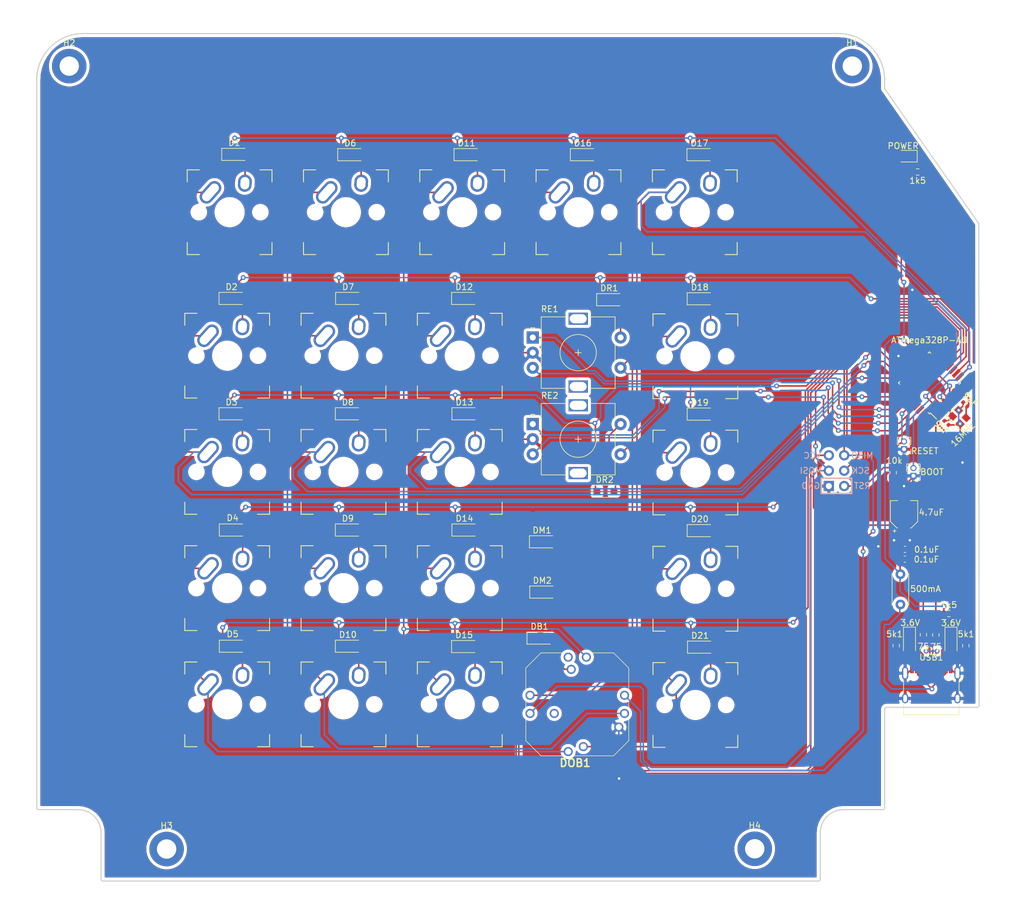
<source format=kicad_pcb>
(kicad_pcb (version 20171130) (host pcbnew "(5.1.10)-1")
  (layers (0 F.Cu signal) (31 B.Cu signal) (34 B.Paste user) (35 F.Paste user) (36 B.SilkS user) (37 F.SilkS user) (38 B.Mask user) (39 F.Mask user) (44 Edge.Cuts user))
  (net 0 "")
  (net 1 GND)
  (net 2 CRYSTAL2)
  (net 3 CRYSTAL1)
  (net 4 +5V)
  (net 5 "Net-(D1-Pad2)")
  (net 6 "Net-(D2-Pad2)")
  (net 7 ROW1)
  (net 8 "Net-(D3-Pad2)")
  (net 9 ROW2)
  (net 10 "Net-(D4-Pad2)")
  (net 11 ROW3)
  (net 12 "Net-(D5-Pad2)")
  (net 13 ROW4)
  (net 14 "Net-(D6-Pad2)")
  (net 15 "Net-(D7-Pad2)")
  (net 16 "Net-(D8-Pad2)")
  (net 17 "Net-(D9-Pad2)")
  (net 18 "Net-(D10-Pad2)")
  (net 19 "Net-(D11-Pad2)")
  (net 20 "Net-(D12-Pad2)")
  (net 21 "Net-(D13-Pad2)")
  (net 22 "Net-(D14-Pad2)")
  (net 23 "Net-(D15-Pad2)")
  (net 24 "Net-(D16-Pad2)")
  (net 25 "Net-(D17-Pad2)")
  (net 26 "Net-(D18-Pad2)")
  (net 27 "Net-(D19-Pad2)")
  (net 28 "Net-(D20-Pad2)")
  (net 29 "Net-(D21-Pad2)")
  (net 30 MS1_1)
  (net 31 MS1_2)
  (net 32 DOB1A)
  (net 33 "Net-(DOB1-Pad8)")
  (net 34 COL4)
  (net 35 DOB1B)
  (net 36 RE1_S)
  (net 37 RE2_S)
  (net 38 "Net-(DZ1-Pad1)")
  (net 39 "Net-(DZ2-Pad1)")
  (net 40 VCC)
  (net 41 "Net-(LED1-Pad1)")
  (net 42 COL0)
  (net 43 COL1)
  (net 44 COL2)
  (net 45 COL3)
  (net 46 "Net-(R1-Pad2)")
  (net 47 "Net-(R2-Pad2)")
  (net 48 D-)
  (net 49 D+)
  (net 50 RESET)
  (net 51 R1A)
  (net 52 R1B)
  (net 53 R2A)
  (net 54 R2B)
  (net 55 BOOT)
  (net 56 "Net-(U1-Pad22)")
  (net 57 "Net-(U1-Pad20)")
  (net 58 "Net-(U1-Pad19)")
  (net 59 SCK)
  (net 60 "Net-(USB1-PadB8)")
  (net 61 "Net-(USB1-PadA8)")
  (net 62 DOB1_COM)
  (net 63 ROW5)
  (net 64 "Net-(DOB1-Pad11)")
  (module Connector_PinHeader_1.27mm:PinHeader_1x02_P1.27mm_Vertical (layer F.Cu) (at 226.5 94.35 180)
    (fp_text reference SW2)
    (fp_text value BOOT (at -3.0652 0.6494) (layer F.SilkS))
    (pad 2 thru_hole oval (at 0 1.27 180) (size 1 1) (drill 0.65) (layers *.Cu *.Mask) (net 55 BOOT))
    (pad 1 thru_hole rect (at 0 0 180) (size 1 1) (drill 0.65) (layers *.Cu *.Mask) (net 1 GND))
  )
  (module Connector_PinHeader_1.27mm:PinHeader_1x02_P1.27mm_Vertical (layer F.Cu) (at 224.95 89.95 180)
    (fp_text reference SW1)
    (fp_text value RESET (at -3.4214 -0.2962) (layer F.SilkS))
    (pad 2 thru_hole oval (at 0 1.27 180) (size 1 1) (drill 0.65) (layers *.Cu *.Mask) (net 50 RESET))
    (pad 1 thru_hole rect (at 0 0 180) (size 1 1) (drill 0.65) (layers *.Cu *.Mask) (net 1 GND))
  )
  (module Capacitor_THT:C_Disc_D5.0mm_W2.5mm_P5.00mm (layer F.Cu) (at 224.35 110.6 270)
    (fp_text reference F1)
    (fp_text value 500mA (at 2.43 -4.1484 180) (layer F.SilkS))
    (pad 2 thru_hole circle (at 5 0 270) (size 1.6 1.6) (drill 0.8) (layers *.Cu *.Mask) (net 40 VCC))
    (pad 1 thru_hole circle (at 0 0 270) (size 1.6 1.6) (drill 0.8) (layers *.Cu *.Mask) (net 4 +5V))
  )
  (module Diode_SMD:D_SOD-123F (layer F.Cu) (at 175.65 96.9)
    (fp_text reference DR2 (at -0.127 -1.905) (layer F.SilkS))
    (fp_text value D_Small)
    (pad 2 smd rect (at 1.4 0) (size 1.1 1.1) (layers F.Cu F.Paste F.Mask) (net 37 RE2_S))
    (pad 1 smd rect (at -1.4 0) (size 1.1 1.1) (layers F.Cu F.Paste F.Mask) (net 9 ROW2))
  )
  (module Diode_SMD:D_SOD-123F (layer F.Cu) (at 176.4 65.25)
    (fp_text reference DR1 (at -0.127 -1.905) (layer F.SilkS))
    (fp_text value D_Small)
    (pad 2 smd rect (at 1.4 0) (size 1.1 1.1) (layers F.Cu F.Paste F.Mask) (net 36 RE1_S))
    (pad 1 smd rect (at -1.4 0) (size 1.1 1.1) (layers F.Cu F.Paste F.Mask) (net 7 ROW1))
  )
  (module Diode_SMD:D_SOD-123F (layer F.Cu) (at 165.35 113.55)
    (fp_text reference DM2 (at -0.127 -1.905) (layer F.SilkS))
    (fp_text value D_Small)
    (pad 2 smd rect (at 1.4 0) (size 1.1 1.1) (layers F.Cu F.Paste F.Mask) (net 31 MS1_2))
    (pad 1 smd rect (at -1.4 0) (size 1.1 1.1) (layers F.Cu F.Paste F.Mask) (net 13 ROW4))
  )
  (module Diode_SMD:D_SOD-123F (layer F.Cu) (at 165.3 105.25)
    (fp_text reference DM1 (at -0.127 -1.905) (layer F.SilkS))
    (fp_text value D_Small)
    (pad 2 smd rect (at 1.4 0) (size 1.1 1.1) (layers F.Cu F.Paste F.Mask) (net 30 MS1_1))
    (pad 1 smd rect (at -1.4 0) (size 1.1 1.1) (layers F.Cu F.Paste F.Mask) (net 11 ROW3))
  )
  (module Diode_SMD:D_SOD-123F (layer F.Cu) (at 164.9 121.15)
    (fp_text reference DB1 (at -0.127 -1.905) (layer F.SilkS))
    (fp_text value D_Small)
    (pad 2 smd rect (at 1.4 0) (size 1.1 1.1) (layers F.Cu F.Paste F.Mask) (net 62 DOB1_COM))
    (pad 1 smd rect (at -1.4 0) (size 1.1 1.1) (layers F.Cu F.Paste F.Mask) (net 63 ROW5))
  )
  (module Diode_SMD:D_SOD-123F (layer F.Cu) (at 191.4 122.65)
    (fp_text reference D21 (at -0.127 -1.905) (layer F.SilkS))
    (fp_text value D_Small)
    (pad 2 smd rect (at 1.4 0) (size 1.1 1.1) (layers F.Cu F.Paste F.Mask) (net 29 "Net-(D21-Pad2)"))
    (pad 1 smd rect (at -1.4 0) (size 1.1 1.1) (layers F.Cu F.Paste F.Mask) (net 13 ROW4))
  )
  (module Diode_SMD:D_SOD-123F (layer F.Cu) (at 191.35 103.4)
    (fp_text reference D20 (at -0.127 -1.905) (layer F.SilkS))
    (fp_text value D_Small)
    (pad 2 smd rect (at 1.4 0) (size 1.1 1.1) (layers F.Cu F.Paste F.Mask) (net 28 "Net-(D20-Pad2)"))
    (pad 1 smd rect (at -1.4 0) (size 1.1 1.1) (layers F.Cu F.Paste F.Mask) (net 11 ROW3))
  )
  (module Diode_SMD:D_SOD-123F (layer F.Cu) (at 191.35 84.15)
    (fp_text reference D19 (at -0.127 -1.905) (layer F.SilkS))
    (fp_text value D_Small)
    (pad 2 smd rect (at 1.4 0) (size 1.1 1.1) (layers F.Cu F.Paste F.Mask) (net 27 "Net-(D19-Pad2)"))
    (pad 1 smd rect (at -1.4 0) (size 1.1 1.1) (layers F.Cu F.Paste F.Mask) (net 9 ROW2))
  )
  (module Diode_SMD:D_SOD-123F (layer F.Cu) (at 191.35 65.1)
    (fp_text reference D18 (at -0.127 -1.905) (layer F.SilkS))
    (fp_text value D_Small)
    (pad 2 smd rect (at 1.4 0) (size 1.1 1.1) (layers F.Cu F.Paste F.Mask) (net 26 "Net-(D18-Pad2)"))
    (pad 1 smd rect (at -1.4 0) (size 1.1 1.1) (layers F.Cu F.Paste F.Mask) (net 7 ROW1))
  )
  (module Diode_SMD:D_SOD-123F (layer F.Cu) (at 191.3 41.3)
    (fp_text reference D17 (at -0.127 -1.905) (layer F.SilkS))
    (fp_text value D_Small)
    (pad 2 smd rect (at 1.4 0) (size 1.1 1.1) (layers F.Cu F.Paste F.Mask) (net 25 "Net-(D17-Pad2)"))
    (pad 1 smd rect (at -1.4 0) (size 1.1 1.1) (layers F.Cu F.Paste F.Mask) (net 55 BOOT))
  )
  (module Diode_SMD:D_SOD-123F (layer F.Cu) (at 172.05 41.3)
    (fp_text reference D16 (at -0.127 -1.905) (layer F.SilkS))
    (fp_text value D_Small)
    (pad 2 smd rect (at 1.4 0) (size 1.1 1.1) (layers F.Cu F.Paste F.Mask) (net 24 "Net-(D16-Pad2)"))
    (pad 1 smd rect (at -1.4 0) (size 1.1 1.1) (layers F.Cu F.Paste F.Mask) (net 55 BOOT))
  )
  (module Diode_SMD:D_SOD-123F (layer F.Cu) (at 152.45 122.55)
    (fp_text reference D15 (at -0.127 -1.905) (layer F.SilkS))
    (fp_text value D_Small)
    (pad 2 smd rect (at 1.4 0) (size 1.1 1.1) (layers F.Cu F.Paste F.Mask) (net 23 "Net-(D15-Pad2)"))
    (pad 1 smd rect (at -1.4 0) (size 1.1 1.1) (layers F.Cu F.Paste F.Mask) (net 13 ROW4))
  )
  (module Diode_SMD:D_SOD-123F (layer F.Cu) (at 152.5 103.3)
    (fp_text reference D14 (at -0.127 -1.905) (layer F.SilkS))
    (fp_text value D_Small)
    (pad 2 smd rect (at 1.4 0) (size 1.1 1.1) (layers F.Cu F.Paste F.Mask) (net 22 "Net-(D14-Pad2)"))
    (pad 1 smd rect (at -1.4 0) (size 1.1 1.1) (layers F.Cu F.Paste F.Mask) (net 11 ROW3))
  )
  (module Diode_SMD:D_SOD-123F (layer F.Cu) (at 152.5 84.1)
    (fp_text reference D13 (at -0.127 -1.905) (layer F.SilkS))
    (fp_text value D_Small)
    (pad 2 smd rect (at 1.4 0) (size 1.1 1.1) (layers F.Cu F.Paste F.Mask) (net 21 "Net-(D13-Pad2)"))
    (pad 1 smd rect (at -1.4 0) (size 1.1 1.1) (layers F.Cu F.Paste F.Mask) (net 9 ROW2))
  )
  (module Diode_SMD:D_SOD-123F (layer F.Cu) (at 152.45 65.05)
    (fp_text reference D12 (at -0.127 -1.905) (layer F.SilkS))
    (fp_text value D_Small)
    (pad 2 smd rect (at 1.4 0) (size 1.1 1.1) (layers F.Cu F.Paste F.Mask) (net 20 "Net-(D12-Pad2)"))
    (pad 1 smd rect (at -1.4 0) (size 1.1 1.1) (layers F.Cu F.Paste F.Mask) (net 7 ROW1))
  )
  (module Diode_SMD:D_SOD-123F (layer F.Cu) (at 152.85 41.3)
    (fp_text reference D11 (at -0.127 -1.905) (layer F.SilkS))
    (fp_text value D_Small)
    (pad 2 smd rect (at 1.4 0) (size 1.1 1.1) (layers F.Cu F.Paste F.Mask) (net 19 "Net-(D11-Pad2)"))
    (pad 1 smd rect (at -1.4 0) (size 1.1 1.1) (layers F.Cu F.Paste F.Mask) (net 55 BOOT))
  )
  (module Diode_SMD:D_SOD-123F (layer F.Cu) (at 133.25 122.5)
    (fp_text reference D10 (at -0.127 -1.905) (layer F.SilkS))
    (fp_text value D_Small)
    (pad 2 smd rect (at 1.4 0) (size 1.1 1.1) (layers F.Cu F.Paste F.Mask) (net 18 "Net-(D10-Pad2)"))
    (pad 1 smd rect (at -1.4 0) (size 1.1 1.1) (layers F.Cu F.Paste F.Mask) (net 13 ROW4))
  )
  (module Diode_SMD:D_SOD-123F (layer F.Cu) (at 133.25 103.3)
    (fp_text reference D9 (at -0.127 -1.905) (layer F.SilkS))
    (fp_text value D_Small)
    (pad 2 smd rect (at 1.4 0) (size 1.1 1.1) (layers F.Cu F.Paste F.Mask) (net 17 "Net-(D9-Pad2)"))
    (pad 1 smd rect (at -1.4 0) (size 1.1 1.1) (layers F.Cu F.Paste F.Mask) (net 11 ROW3))
  )
  (module Diode_SMD:D_SOD-123F (layer F.Cu) (at 133.25 84.1)
    (fp_text reference D8 (at -0.127 -1.905) (layer F.SilkS))
    (fp_text value D_Small)
    (pad 2 smd rect (at 1.4 0) (size 1.1 1.1) (layers F.Cu F.Paste F.Mask) (net 16 "Net-(D8-Pad2)"))
    (pad 1 smd rect (at -1.4 0) (size 1.1 1.1) (layers F.Cu F.Paste F.Mask) (net 9 ROW2))
  )
  (module Diode_SMD:D_SOD-123F (layer F.Cu) (at 133.3 65.05)
    (fp_text reference D7 (at -0.127 -1.905) (layer F.SilkS))
    (fp_text value D_Small)
    (pad 2 smd rect (at 1.4 0) (size 1.1 1.1) (layers F.Cu F.Paste F.Mask) (net 15 "Net-(D7-Pad2)"))
    (pad 1 smd rect (at -1.4 0) (size 1.1 1.1) (layers F.Cu F.Paste F.Mask) (net 7 ROW1))
  )
  (module Diode_SMD:D_SOD-123F (layer F.Cu) (at 133.65 41.3)
    (fp_text reference D6 (at -0.127 -1.905) (layer F.SilkS))
    (fp_text value D_Small)
    (pad 2 smd rect (at 1.4 0) (size 1.1 1.1) (layers F.Cu F.Paste F.Mask) (net 14 "Net-(D6-Pad2)"))
    (pad 1 smd rect (at -1.4 0) (size 1.1 1.1) (layers F.Cu F.Paste F.Mask) (net 55 BOOT))
  )
  (module Diode_SMD:D_SOD-123F (layer F.Cu) (at 114.05 84.1)
    (fp_text reference D3 (at -0.127 -1.905) (layer F.SilkS))
    (fp_text value D_Small)
    (pad 2 smd rect (at 1.4 0) (size 1.1 1.1) (layers F.Cu F.Paste F.Mask) (net 8 "Net-(D3-Pad2)"))
    (pad 1 smd rect (at -1.4 0) (size 1.1 1.1) (layers F.Cu F.Paste F.Mask) (net 9 ROW2))
  )
  (module Diode_SMD:D_SOD-123F (layer F.Cu) (at 114.05 65.05)
    (fp_text reference D2 (at -0.127 -1.905) (layer F.SilkS))
    (fp_text value D_Small)
    (pad 2 smd rect (at 1.4 0) (size 1.1 1.1) (layers F.Cu F.Paste F.Mask) (net 6 "Net-(D2-Pad2)"))
    (pad 1 smd rect (at -1.4 0) (size 1.1 1.1) (layers F.Cu F.Paste F.Mask) (net 7 ROW1))
  )
  (module Diode_SMD:D_SOD-123F (layer F.Cu) (at 114.5 41.25)
    (fp_text reference D1 (at -0.127 -1.905) (layer F.SilkS))
    (fp_text value D_Small)
    (pad 2 smd rect (at 1.4 0) (size 1.1 1.1) (layers F.Cu F.Paste F.Mask) (net 5 "Net-(D1-Pad2)"))
    (pad 1 smd rect (at -1.4 0) (size 1.1 1.1) (layers F.Cu F.Paste F.Mask) (net 55 BOOT))
  )
  (module MountingHole:MountingHole_3.2mm_M3_ISO7380_Pad (layer F.Cu) (at 200.3 155.956)
    (fp_text reference H4 (at 0 -3.85) (layer F.SilkS))
    (fp_text value MountingHole)
    (pad 1 thru_hole circle (at 0 0) (size 5.7 5.7) (drill 3.2) (layers *.Cu *.Mask))
  )
  (module MountingHole:MountingHole_3.2mm_M3_ISO7380_Pad (layer F.Cu) (at 103.2 156)
    (fp_text reference H3 (at 0 -3.85) (layer F.SilkS))
    (fp_text value MountingHole)
    (pad 1 thru_hole circle (at 0 0) (size 5.7 5.7) (drill 3.2) (layers *.Cu *.Mask))
  )
  (module MountingHole:MountingHole_3.2mm_M3_ISO7380_Pad (layer F.Cu) (at 87.122 26.67)
    (fp_text reference H2 (at 0 -3.85) (layer F.SilkS))
    (fp_text value MountingHole)
    (pad 1 thru_hole circle (at 0 0) (size 5.7 5.7) (drill 3.2) (layers *.Cu *.Mask))
  )
  (module MountingHole:MountingHole_3.2mm_M3_ISO7380_Pad (layer F.Cu) (at 216.408 26.67)
    (fp_text reference H1 (at 0 -3.85) (layer F.SilkS))
    (fp_text value MountingHole)
    (pad 1 thru_hole circle (at 0 0) (size 5.7 5.7) (drill 3.2) (layers *.Cu *.Mask))
  )
  (module Diode_SMD:D_SOD-123 (layer F.Cu) (at 225.85 121.6 270)
    (fp_text reference DZ2)
    (fp_text value 3.6V (at -2.982 -0.1084 180) (layer F.SilkS))
    (pad 2 smd rect (at 1.65 0 270) (size 0.9 1.2) (layers F.Cu F.Paste F.Mask) (net 1 GND))
    (pad 1 smd rect (at -1.65 0 270) (size 0.9 1.2) (layers F.Cu F.Paste F.Mask) (net 39 "Net-(DZ2-Pad1)"))
  )
  (module Diode_SMD:D_SOD-123 (layer F.Cu) (at 232.7 121.6 270)
    (fp_text reference DZ1)
    (fp_text value 3.6V (at -2.9566 0.0106 180) (layer F.SilkS))
    (pad 2 smd rect (at 1.65 0 270) (size 0.9 1.2) (layers F.Cu F.Paste F.Mask) (net 1 GND))
    (pad 1 smd rect (at -1.65 0 270) (size 0.9 1.2) (layers F.Cu F.Paste F.Mask) (net 38 "Net-(DZ1-Pad1)"))
  )
  (module Diode_SMD:D_SOD-123F (layer F.Cu) (at 114.1 122.5)
    (fp_text reference D5 (at 0 -2) (layer F.SilkS))
    (fp_text value D_Small)
    (pad 2 smd rect (at 1.4 0) (size 1.1 1.1) (layers F.Cu F.Paste F.Mask) (net 12 "Net-(D5-Pad2)"))
    (pad 1 smd rect (at -1.4 0) (size 1.1 1.1) (layers F.Cu F.Paste F.Mask) (net 13 ROW4))
  )
  (module Diode_SMD:D_SOD-123F (layer F.Cu) (at 114.1 103.3)
    (fp_text reference D4 (at 0 -2) (layer F.SilkS))
    (fp_text value D_Small)
    (pad 2 smd rect (at 1.4 0) (size 1.1 1.1) (layers F.Cu F.Paste F.Mask) (net 10 "Net-(D4-Pad2)"))
    (pad 1 smd rect (at -1.4 0) (size 1.1 1.1) (layers F.Cu F.Paste F.Mask) (net 11 ROW3))
  )
  (module MX_Alps_Hybrid:MX-1U-NoLED (layer F.Cu) (at 190.5 132.2)
    (fp_text reference MX21)
    (fp_text value MX-NoLED)
    (pad 2 thru_hole oval (at 2.52 -4.79 86) (size 2.831378 2.25) (drill oval 2.051378 1.48) (layers *.Cu *.Mask) (net 29 "Net-(D21-Pad2)"))
    (pad 1 thru_hole oval (at -3.16 -3.28 48) (size 4.21 2.25) (drill oval 3.43 1.48) (layers *.Cu *.Mask) (net 34 COL4))
    (pad "" np_thru_hole circle (at 5.08 0 48.0996) (size 1.75 1.75) (drill 1.75) (layers *.Cu *.Mask))
    (pad "" np_thru_hole circle (at -5.08 0 48.0996) (size 1.75 1.75) (drill 1.75) (layers *.Cu *.Mask))
    (pad "" np_thru_hole circle (at 0 0) (size 3.9878 3.9878) (drill 3.9878) (layers *.Cu *.Mask))
  )
  (module MX_Alps_Hybrid:MX-1U-NoLED (layer F.Cu) (at 190.5 113)
    (fp_text reference MX20)
    (fp_text value MX-NoLED)
    (pad 2 thru_hole oval (at 2.52 -4.79 86) (size 2.831378 2.25) (drill oval 2.051378 1.48) (layers *.Cu *.Mask) (net 28 "Net-(D20-Pad2)"))
    (pad 1 thru_hole oval (at -3.16 -3.28 48) (size 4.21 2.25) (drill oval 3.43 1.48) (layers *.Cu *.Mask) (net 34 COL4))
    (pad "" np_thru_hole circle (at 5.08 0 48.0996) (size 1.75 1.75) (drill 1.75) (layers *.Cu *.Mask))
    (pad "" np_thru_hole circle (at -5.08 0 48.0996) (size 1.75 1.75) (drill 1.75) (layers *.Cu *.Mask))
    (pad "" np_thru_hole circle (at 0 0) (size 3.9878 3.9878) (drill 3.9878) (layers *.Cu *.Mask))
  )
  (module MX_Alps_Hybrid:MX-1U-NoLED (layer F.Cu) (at 190.5 93.8)
    (fp_text reference MX19)
    (fp_text value MX-NoLED)
    (pad 2 thru_hole oval (at 2.52 -4.79 86) (size 2.831378 2.25) (drill oval 2.051378 1.48) (layers *.Cu *.Mask) (net 27 "Net-(D19-Pad2)"))
    (pad 1 thru_hole oval (at -3.16 -3.28 48) (size 4.21 2.25) (drill oval 3.43 1.48) (layers *.Cu *.Mask) (net 34 COL4))
    (pad "" np_thru_hole circle (at 5.08 0 48.0996) (size 1.75 1.75) (drill 1.75) (layers *.Cu *.Mask))
    (pad "" np_thru_hole circle (at -5.08 0 48.0996) (size 1.75 1.75) (drill 1.75) (layers *.Cu *.Mask))
    (pad "" np_thru_hole circle (at 0 0) (size 3.9878 3.9878) (drill 3.9878) (layers *.Cu *.Mask))
  )
  (module MX_Alps_Hybrid:MX-1U-NoLED (layer F.Cu) (at 190.5 74.6)
    (fp_text reference MX18)
    (fp_text value MX-NoLED)
    (pad 2 thru_hole oval (at 2.52 -4.79 86) (size 2.831378 2.25) (drill oval 2.051378 1.48) (layers *.Cu *.Mask) (net 26 "Net-(D18-Pad2)"))
    (pad 1 thru_hole oval (at -3.16 -3.28 48) (size 4.21 2.25) (drill oval 3.43 1.48) (layers *.Cu *.Mask) (net 34 COL4))
    (pad "" np_thru_hole circle (at 5.08 0 48.0996) (size 1.75 1.75) (drill 1.75) (layers *.Cu *.Mask))
    (pad "" np_thru_hole circle (at -5.08 0 48.0996) (size 1.75 1.75) (drill 1.75) (layers *.Cu *.Mask))
    (pad "" np_thru_hole circle (at 0 0) (size 3.9878 3.9878) (drill 3.9878) (layers *.Cu *.Mask))
  )
  (module MX_Alps_Hybrid:MX-1U-NoLED (layer F.Cu) (at 190.4 50.8)
    (fp_text reference MX17)
    (fp_text value MX-NoLED)
    (pad 2 thru_hole oval (at 2.52 -4.79 86) (size 2.831378 2.25) (drill oval 2.051378 1.48) (layers *.Cu *.Mask) (net 25 "Net-(D17-Pad2)"))
    (pad 1 thru_hole oval (at -3.16 -3.28 48) (size 4.21 2.25) (drill oval 3.43 1.48) (layers *.Cu *.Mask) (net 34 COL4))
    (pad "" np_thru_hole circle (at 5.08 0 48.0996) (size 1.75 1.75) (drill 1.75) (layers *.Cu *.Mask))
    (pad "" np_thru_hole circle (at -5.08 0 48.0996) (size 1.75 1.75) (drill 1.75) (layers *.Cu *.Mask))
    (pad "" np_thru_hole circle (at 0 0) (size 3.9878 3.9878) (drill 3.9878) (layers *.Cu *.Mask))
  )
  (module MX_Alps_Hybrid:MX-1U-NoLED (layer F.Cu) (at 171.2 50.8)
    (fp_text reference MX16)
    (fp_text value MX-NoLED)
    (pad 2 thru_hole oval (at 2.52 -4.79 86) (size 2.831378 2.25) (drill oval 2.051378 1.48) (layers *.Cu *.Mask) (net 24 "Net-(D16-Pad2)"))
    (pad 1 thru_hole oval (at -3.16 -3.28 48) (size 4.21 2.25) (drill oval 3.43 1.48) (layers *.Cu *.Mask) (net 45 COL3))
    (pad "" np_thru_hole circle (at 5.08 0 48.0996) (size 1.75 1.75) (drill 1.75) (layers *.Cu *.Mask))
    (pad "" np_thru_hole circle (at -5.08 0 48.0996) (size 1.75 1.75) (drill 1.75) (layers *.Cu *.Mask))
    (pad "" np_thru_hole circle (at 0 0) (size 3.9878 3.9878) (drill 3.9878) (layers *.Cu *.Mask))
  )
  (module MX_Alps_Hybrid:MX-1U-NoLED (layer F.Cu) (at 151.6 132.1)
    (fp_text reference MX15)
    (fp_text value MX-NoLED)
    (pad 2 thru_hole oval (at 2.52 -4.79 86) (size 2.831378 2.25) (drill oval 2.051378 1.48) (layers *.Cu *.Mask) (net 23 "Net-(D15-Pad2)"))
    (pad 1 thru_hole oval (at -3.16 -3.28 48) (size 4.21 2.25) (drill oval 3.43 1.48) (layers *.Cu *.Mask) (net 44 COL2))
    (pad "" np_thru_hole circle (at 5.08 0 48.0996) (size 1.75 1.75) (drill 1.75) (layers *.Cu *.Mask))
    (pad "" np_thru_hole circle (at -5.08 0 48.0996) (size 1.75 1.75) (drill 1.75) (layers *.Cu *.Mask))
    (pad "" np_thru_hole circle (at 0 0) (size 3.9878 3.9878) (drill 3.9878) (layers *.Cu *.Mask))
  )
  (module MX_Alps_Hybrid:MX-1U-NoLED (layer F.Cu) (at 151.6 112.9)
    (fp_text reference MX14)
    (fp_text value MX-NoLED)
    (pad 2 thru_hole oval (at 2.52 -4.79 86) (size 2.831378 2.25) (drill oval 2.051378 1.48) (layers *.Cu *.Mask) (net 22 "Net-(D14-Pad2)"))
    (pad 1 thru_hole oval (at -3.16 -3.28 48) (size 4.21 2.25) (drill oval 3.43 1.48) (layers *.Cu *.Mask) (net 44 COL2))
    (pad "" np_thru_hole circle (at 5.08 0 48.0996) (size 1.75 1.75) (drill 1.75) (layers *.Cu *.Mask))
    (pad "" np_thru_hole circle (at -5.08 0 48.0996) (size 1.75 1.75) (drill 1.75) (layers *.Cu *.Mask))
    (pad "" np_thru_hole circle (at 0 0) (size 3.9878 3.9878) (drill 3.9878) (layers *.Cu *.Mask))
  )
  (module MX_Alps_Hybrid:MX-1U-NoLED (layer F.Cu) (at 151.6 93.7)
    (fp_text reference MX13)
    (fp_text value MX-NoLED)
    (pad 2 thru_hole oval (at 2.52 -4.79 86) (size 2.831378 2.25) (drill oval 2.051378 1.48) (layers *.Cu *.Mask) (net 21 "Net-(D13-Pad2)"))
    (pad 1 thru_hole oval (at -3.16 -3.28 48) (size 4.21 2.25) (drill oval 3.43 1.48) (layers *.Cu *.Mask) (net 44 COL2))
    (pad "" np_thru_hole circle (at 5.08 0 48.0996) (size 1.75 1.75) (drill 1.75) (layers *.Cu *.Mask))
    (pad "" np_thru_hole circle (at -5.08 0 48.0996) (size 1.75 1.75) (drill 1.75) (layers *.Cu *.Mask))
    (pad "" np_thru_hole circle (at 0 0) (size 3.9878 3.9878) (drill 3.9878) (layers *.Cu *.Mask))
  )
  (module MX_Alps_Hybrid:MX-1U-NoLED (layer F.Cu) (at 151.6 74.5)
    (fp_text reference MX12)
    (fp_text value MX-NoLED)
    (pad 2 thru_hole oval (at 2.52 -4.79 86) (size 2.831378 2.25) (drill oval 2.051378 1.48) (layers *.Cu *.Mask) (net 20 "Net-(D12-Pad2)"))
    (pad 1 thru_hole oval (at -3.16 -3.28 48) (size 4.21 2.25) (drill oval 3.43 1.48) (layers *.Cu *.Mask) (net 44 COL2))
    (pad "" np_thru_hole circle (at 5.08 0 48.0996) (size 1.75 1.75) (drill 1.75) (layers *.Cu *.Mask))
    (pad "" np_thru_hole circle (at -5.08 0 48.0996) (size 1.75 1.75) (drill 1.75) (layers *.Cu *.Mask))
    (pad "" np_thru_hole circle (at 0 0) (size 3.9878 3.9878) (drill 3.9878) (layers *.Cu *.Mask))
  )
  (module MX_Alps_Hybrid:MX-1U-NoLED (layer F.Cu) (at 152 50.8)
    (fp_text reference MX11)
    (fp_text value MX-NoLED)
    (pad 2 thru_hole oval (at 2.52 -4.79 86) (size 2.831378 2.25) (drill oval 2.051378 1.48) (layers *.Cu *.Mask) (net 19 "Net-(D11-Pad2)"))
    (pad 1 thru_hole oval (at -3.16 -3.28 48) (size 4.21 2.25) (drill oval 3.43 1.48) (layers *.Cu *.Mask) (net 44 COL2))
    (pad "" np_thru_hole circle (at 5.08 0 48.0996) (size 1.75 1.75) (drill 1.75) (layers *.Cu *.Mask))
    (pad "" np_thru_hole circle (at -5.08 0 48.0996) (size 1.75 1.75) (drill 1.75) (layers *.Cu *.Mask))
    (pad "" np_thru_hole circle (at 0 0) (size 3.9878 3.9878) (drill 3.9878) (layers *.Cu *.Mask))
  )
  (module MX_Alps_Hybrid:MX-1U-NoLED (layer F.Cu) (at 132.4 132.1)
    (fp_text reference MX10)
    (fp_text value MX-NoLED)
    (pad 2 thru_hole oval (at 2.52 -4.79 86) (size 2.831378 2.25) (drill oval 2.051378 1.48) (layers *.Cu *.Mask) (net 18 "Net-(D10-Pad2)"))
    (pad 1 thru_hole oval (at -3.16 -3.28 48) (size 4.21 2.25) (drill oval 3.43 1.48) (layers *.Cu *.Mask) (net 43 COL1))
    (pad "" np_thru_hole circle (at 5.08 0 48.0996) (size 1.75 1.75) (drill 1.75) (layers *.Cu *.Mask))
    (pad "" np_thru_hole circle (at -5.08 0 48.0996) (size 1.75 1.75) (drill 1.75) (layers *.Cu *.Mask))
    (pad "" np_thru_hole circle (at 0 0) (size 3.9878 3.9878) (drill 3.9878) (layers *.Cu *.Mask))
  )
  (module MX_Alps_Hybrid:MX-1U-NoLED (layer F.Cu) (at 132.4 112.9)
    (fp_text reference MX9)
    (fp_text value MX-NoLED)
    (pad 2 thru_hole oval (at 2.52 -4.79 86) (size 2.831378 2.25) (drill oval 2.051378 1.48) (layers *.Cu *.Mask) (net 17 "Net-(D9-Pad2)"))
    (pad 1 thru_hole oval (at -3.16 -3.28 48) (size 4.21 2.25) (drill oval 3.43 1.48) (layers *.Cu *.Mask) (net 43 COL1))
    (pad "" np_thru_hole circle (at 5.08 0 48.0996) (size 1.75 1.75) (drill 1.75) (layers *.Cu *.Mask))
    (pad "" np_thru_hole circle (at -5.08 0 48.0996) (size 1.75 1.75) (drill 1.75) (layers *.Cu *.Mask))
    (pad "" np_thru_hole circle (at 0 0) (size 3.9878 3.9878) (drill 3.9878) (layers *.Cu *.Mask))
  )
  (module MX_Alps_Hybrid:MX-1U-NoLED (layer F.Cu) (at 132.4 93.7)
    (fp_text reference MX8)
    (fp_text value MX-NoLED)
    (pad 2 thru_hole oval (at 2.52 -4.79 86) (size 2.831378 2.25) (drill oval 2.051378 1.48) (layers *.Cu *.Mask) (net 16 "Net-(D8-Pad2)"))
    (pad 1 thru_hole oval (at -3.16 -3.28 48) (size 4.21 2.25) (drill oval 3.43 1.48) (layers *.Cu *.Mask) (net 43 COL1))
    (pad "" np_thru_hole circle (at 5.08 0 48.0996) (size 1.75 1.75) (drill 1.75) (layers *.Cu *.Mask))
    (pad "" np_thru_hole circle (at -5.08 0 48.0996) (size 1.75 1.75) (drill 1.75) (layers *.Cu *.Mask))
    (pad "" np_thru_hole circle (at 0 0) (size 3.9878 3.9878) (drill 3.9878) (layers *.Cu *.Mask))
  )
  (module MX_Alps_Hybrid:MX-1U-NoLED (layer F.Cu) (at 132.4 74.5)
    (fp_text reference MX7)
    (fp_text value MX-NoLED)
    (pad 2 thru_hole oval (at 2.52 -4.79 86) (size 2.831378 2.25) (drill oval 2.051378 1.48) (layers *.Cu *.Mask) (net 15 "Net-(D7-Pad2)"))
    (pad 1 thru_hole oval (at -3.16 -3.28 48) (size 4.21 2.25) (drill oval 3.43 1.48) (layers *.Cu *.Mask) (net 43 COL1))
    (pad "" np_thru_hole circle (at 5.08 0 48.0996) (size 1.75 1.75) (drill 1.75) (layers *.Cu *.Mask))
    (pad "" np_thru_hole circle (at -5.08 0 48.0996) (size 1.75 1.75) (drill 1.75) (layers *.Cu *.Mask))
    (pad "" np_thru_hole circle (at 0 0) (size 3.9878 3.9878) (drill 3.9878) (layers *.Cu *.Mask))
  )
  (module MX_Alps_Hybrid:MX-1U-NoLED (layer F.Cu) (at 132.8 50.8)
    (fp_text reference MX6)
    (fp_text value MX-NoLED)
    (pad 2 thru_hole oval (at 2.52 -4.79 86) (size 2.831378 2.25) (drill oval 2.051378 1.48) (layers *.Cu *.Mask) (net 14 "Net-(D6-Pad2)"))
    (pad 1 thru_hole oval (at -3.16 -3.28 48) (size 4.21 2.25) (drill oval 3.43 1.48) (layers *.Cu *.Mask) (net 43 COL1))
    (pad "" np_thru_hole circle (at 5.08 0 48.0996) (size 1.75 1.75) (drill 1.75) (layers *.Cu *.Mask))
    (pad "" np_thru_hole circle (at -5.08 0 48.0996) (size 1.75 1.75) (drill 1.75) (layers *.Cu *.Mask))
    (pad "" np_thru_hole circle (at 0 0) (size 3.9878 3.9878) (drill 3.9878) (layers *.Cu *.Mask))
  )
  (module MX_Alps_Hybrid:MX-1U-NoLED (layer F.Cu) (at 113.2 132.1)
    (fp_text reference MX5)
    (fp_text value MX-NoLED)
    (pad 2 thru_hole oval (at 2.52 -4.79 86) (size 2.831378 2.25) (drill oval 2.051378 1.48) (layers *.Cu *.Mask) (net 12 "Net-(D5-Pad2)"))
    (pad 1 thru_hole oval (at -3.16 -3.28 48) (size 4.21 2.25) (drill oval 3.43 1.48) (layers *.Cu *.Mask) (net 42 COL0))
    (pad "" np_thru_hole circle (at 5.08 0 48.0996) (size 1.75 1.75) (drill 1.75) (layers *.Cu *.Mask))
    (pad "" np_thru_hole circle (at -5.08 0 48.0996) (size 1.75 1.75) (drill 1.75) (layers *.Cu *.Mask))
    (pad "" np_thru_hole circle (at 0 0) (size 3.9878 3.9878) (drill 3.9878) (layers *.Cu *.Mask))
  )
  (module MX_Alps_Hybrid:MX-1U-NoLED (layer F.Cu) (at 113.2 112.9)
    (fp_text reference MX4)
    (fp_text value MX-NoLED)
    (pad 2 thru_hole oval (at 2.52 -4.79 86) (size 2.831378 2.25) (drill oval 2.051378 1.48) (layers *.Cu *.Mask) (net 10 "Net-(D4-Pad2)"))
    (pad 1 thru_hole oval (at -3.16 -3.28 48) (size 4.21 2.25) (drill oval 3.43 1.48) (layers *.Cu *.Mask) (net 42 COL0))
    (pad "" np_thru_hole circle (at 5.08 0 48.0996) (size 1.75 1.75) (drill 1.75) (layers *.Cu *.Mask))
    (pad "" np_thru_hole circle (at -5.08 0 48.0996) (size 1.75 1.75) (drill 1.75) (layers *.Cu *.Mask))
    (pad "" np_thru_hole circle (at 0 0) (size 3.9878 3.9878) (drill 3.9878) (layers *.Cu *.Mask))
  )
  (module MX_Alps_Hybrid:MX-1U-NoLED (layer F.Cu) (at 113.2 93.7)
    (fp_text reference MX3)
    (fp_text value MX-NoLED)
    (pad 2 thru_hole oval (at 2.52 -4.79 86) (size 2.831378 2.25) (drill oval 2.051378 1.48) (layers *.Cu *.Mask) (net 8 "Net-(D3-Pad2)"))
    (pad 1 thru_hole oval (at -3.16 -3.28 48) (size 4.21 2.25) (drill oval 3.43 1.48) (layers *.Cu *.Mask) (net 42 COL0))
    (pad "" np_thru_hole circle (at 5.08 0 48.0996) (size 1.75 1.75) (drill 1.75) (layers *.Cu *.Mask))
    (pad "" np_thru_hole circle (at -5.08 0 48.0996) (size 1.75 1.75) (drill 1.75) (layers *.Cu *.Mask))
    (pad "" np_thru_hole circle (at 0 0) (size 3.9878 3.9878) (drill 3.9878) (layers *.Cu *.Mask))
  )
  (module MX_Alps_Hybrid:MX-1U-NoLED (layer F.Cu) (at 113.2 74.5)
    (fp_text reference MX2)
    (fp_text value MX-NoLED)
    (pad 2 thru_hole oval (at 2.52 -4.79 86) (size 2.831378 2.25) (drill oval 2.051378 1.48) (layers *.Cu *.Mask) (net 6 "Net-(D2-Pad2)"))
    (pad 1 thru_hole oval (at -3.16 -3.28 48) (size 4.21 2.25) (drill oval 3.43 1.48) (layers *.Cu *.Mask) (net 42 COL0))
    (pad "" np_thru_hole circle (at 5.08 0 48.0996) (size 1.75 1.75) (drill 1.75) (layers *.Cu *.Mask))
    (pad "" np_thru_hole circle (at -5.08 0 48.0996) (size 1.75 1.75) (drill 1.75) (layers *.Cu *.Mask))
    (pad "" np_thru_hole circle (at 0 0) (size 3.9878 3.9878) (drill 3.9878) (layers *.Cu *.Mask))
  )
  (module MX_Alps_Hybrid:MX-1U-NoLED (layer F.Cu) (at 113.6 50.8)
    (fp_text reference MX1)
    (fp_text value MX-NoLED)
    (pad 2 thru_hole oval (at 2.52 -4.79 86) (size 2.831378 2.25) (drill oval 2.051378 1.48) (layers *.Cu *.Mask) (net 5 "Net-(D1-Pad2)"))
    (pad 1 thru_hole oval (at -3.16 -3.28 48) (size 4.21 2.25) (drill oval 3.43 1.48) (layers *.Cu *.Mask) (net 42 COL0))
    (pad "" np_thru_hole circle (at 5.08 0 48.0996) (size 1.75 1.75) (drill 1.75) (layers *.Cu *.Mask))
    (pad "" np_thru_hole circle (at -5.08 0 48.0996) (size 1.75 1.75) (drill 1.75) (layers *.Cu *.Mask))
    (pad "" np_thru_hole circle (at 0 0) (size 3.9878 3.9878) (drill 3.9878) (layers *.Cu *.Mask))
  )
  (module random-keyboard-parts:Reset_Pretty-Mask (layer B.Cu) (at 213.8 93.5 180)
    (fp_text reference J1)
    (fp_text value AVR-ISP-6)
    (fp_text user MISO (at -4.25 2.5) (layer B.SilkS) (effects (justify mirror)))
    (fp_text user VCC (at 4 2.5) (layer B.SilkS) (effects (justify mirror)))
    (fp_text user SCK (at -4 0) (layer B.SilkS) (effects (justify mirror)))
    (fp_text user MOSI (at 4.25 0) (layer B.SilkS) (effects (justify mirror)))
    (fp_text user RST (at -4.25 -2.5) (layer B.SilkS) (effects (justify mirror)))
    (fp_text user GND (at 4.25 -2.5) (layer B.SilkS) (effects (justify mirror)))
    (pad 6 thru_hole rect (at 1.27 -2.54 180) (size 1.7 1.7) (drill 1) (layers *.Cu B.Mask) (net 1 GND))
    (pad 5 thru_hole circle (at -1.27 -2.54 180) (size 1.7 1.7) (drill 1) (layers *.Cu B.Mask) (net 50 RESET))
    (pad 4 thru_hole circle (at 1.27 0 180) (size 1.7 1.7) (drill 1) (layers *.Cu B.Mask) (net 32 DOB1A))
    (pad 3 thru_hole circle (at -1.27 0 180) (size 1.7 1.7) (drill 1) (layers *.Cu B.Mask) (net 59 SCK))
    (pad 2 thru_hole circle (at 1.27 2.54 180) (size 1.7 1.7) (drill 1) (layers *.Cu B.Mask) (net 4 +5V))
    (pad 1 thru_hole circle (at -1.27 2.54 180) (size 1.7 1.7) (drill 1) (layers *.Cu B.Mask) (net 35 DOB1B))
  )
  (module Crystal:Crystal_SMD_2520-4Pin_2.5x2.0mm (layer F.Cu) (at 234.0864 84.6328 315)
    (fp_text reference Y1)
    (fp_text value 16MHz (at 2.44263 1.652367 225) (layer F.SilkS))
    (pad 4 smd rect (at -0.875 -0.7 315) (size 1.15 1) (layers F.Cu F.Paste F.Mask) (net 1 GND))
    (pad 3 smd rect (at 0.875 -0.7 315) (size 1.15 1) (layers F.Cu F.Paste F.Mask) (net 2 CRYSTAL2))
    (pad 2 smd rect (at 0.875 0.7 315) (size 1.15 1) (layers F.Cu F.Paste F.Mask) (net 1 GND))
    (pad 1 smd rect (at -0.875 0.7 315) (size 1.15 1) (layers F.Cu F.Paste F.Mask) (net 3 CRYSTAL1))
  )
  (module Connector_USB:USB_C_Receptacle_XKB_U262-16XN-4BVC11 (layer F.Cu) (at 229.45 130.05)
    (fp_text reference USB1 (at 0 -5.715) (layer F.SilkS))
    (fp_text value USB_C_Receptacle_USB2.0)
    (pad A12 smd rect (at 3.35 -3.67) (size 0.3 1.15) (layers F.Cu F.Paste F.Mask) (net 1 GND))
    (pad A9 smd rect (at 2.55 -3.67) (size 0.3 1.15) (layers F.Cu F.Paste F.Mask) (net 40 VCC))
    (pad B9 smd rect (at -2.25 -3.67) (size 0.3 1.15) (layers F.Cu F.Paste F.Mask) (net 40 VCC))
    (pad B12 smd rect (at -3.05 -3.67) (size 0.3 1.15) (layers F.Cu F.Paste F.Mask) (net 1 GND))
    (pad A1 smd rect (at -3.35 -3.67) (size 0.3 1.15) (layers F.Cu F.Paste F.Mask) (net 1 GND))
    (pad A4 smd rect (at -2.55 -3.67) (size 0.3 1.15) (layers F.Cu F.Paste F.Mask) (net 40 VCC))
    (pad B8 smd rect (at -1.75 -3.67) (size 0.3 1.15) (layers F.Cu F.Paste F.Mask) (net 60 "Net-(USB1-PadB8)"))
    (pad A5 smd rect (at -1.25 -3.67) (size 0.3 1.15) (layers F.Cu F.Paste F.Mask) (net 46 "Net-(R1-Pad2)"))
    (pad B7 smd rect (at -0.75 -3.67) (size 0.3 1.15) (layers F.Cu F.Paste F.Mask) (net 38 "Net-(DZ1-Pad1)"))
    (pad A6 smd rect (at -0.25 -3.67) (size 0.3 1.15) (layers F.Cu F.Paste F.Mask) (net 39 "Net-(DZ2-Pad1)"))
    (pad A7 smd rect (at 0.25 -3.67) (size 0.3 1.15) (layers F.Cu F.Paste F.Mask) (net 38 "Net-(DZ1-Pad1)"))
    (pad B6 smd rect (at 0.75 -3.67) (size 0.3 1.15) (layers F.Cu F.Paste F.Mask) (net 39 "Net-(DZ2-Pad1)"))
    (pad A8 smd rect (at 1.25 -3.67) (size 0.3 1.15) (layers F.Cu F.Paste F.Mask) (net 61 "Net-(USB1-PadA8)"))
    (pad B5 smd rect (at 1.75 -3.67) (size 0.3 1.15) (layers F.Cu F.Paste F.Mask) (net 47 "Net-(R2-Pad2)"))
    (pad B4 smd rect (at 2.25 -3.67) (size 0.3 1.15) (layers F.Cu F.Paste F.Mask) (net 40 VCC))
    (pad B1 smd rect (at 3.05 -3.67) (size 0.3 1.15) (layers F.Cu F.Paste F.Mask) (net 1 GND))
    (pad "" np_thru_hole circle (at -2.89 -2.605) (size 0.65 0.65) (drill 0.65) (layers *.Cu *.Mask))
    (pad "" np_thru_hole circle (at 2.89 -2.605) (size 0.65 0.65) (drill 0.65) (layers *.Cu *.Mask))
    (pad S1 thru_hole oval (at 4.32 1.075) (size 1 1.6) (drill oval 0.6 1.2) (layers *.Cu *.Mask) (net 1 GND))
    (pad S1 thru_hole oval (at -4.32 1.075) (size 1 1.6) (drill oval 0.6 1.2) (layers *.Cu *.Mask) (net 1 GND))
    (pad S1 thru_hole oval (at 4.32 -3.105) (size 1 2.1) (drill oval 0.6 1.7) (layers *.Cu *.Mask) (net 1 GND))
    (pad S1 thru_hole oval (at -4.32 -3.105) (size 1 2.1) (drill oval 0.6 1.7) (layers *.Cu *.Mask) (net 1 GND))
  )
  (module Package_QFP:TQFP-32_7x7mm_P0.8mm (layer F.Cu) (at 229.15 79 135)
    (fp_text reference U1)
    (fp_text value ATmega328P-AU (at 5.009003 4.985527 180) (layer F.SilkS))
    (pad 32 smd rect (at -2.8 -4.25 225) (size 1.6 0.55) (layers F.Cu F.Paste F.Mask) (net 49 D+))
    (pad 31 smd rect (at -2 -4.25 225) (size 1.6 0.55) (layers F.Cu F.Paste F.Mask) (net 54 R2B))
    (pad 30 smd rect (at -1.2 -4.25 225) (size 1.6 0.55) (layers F.Cu F.Paste F.Mask) (net 53 R2A))
    (pad 29 smd rect (at -0.4 -4.25 225) (size 1.6 0.55) (layers F.Cu F.Paste F.Mask) (net 50 RESET))
    (pad 28 smd rect (at 0.4 -4.25 225) (size 1.6 0.55) (layers F.Cu F.Paste F.Mask) (net 52 R1B))
    (pad 27 smd rect (at 1.2 -4.25 225) (size 1.6 0.55) (layers F.Cu F.Paste F.Mask) (net 51 R1A))
    (pad 26 smd rect (at 2 -4.25 225) (size 1.6 0.55) (layers F.Cu F.Paste F.Mask) (net 42 COL0))
    (pad 25 smd rect (at 2.8 -4.25 225) (size 1.6 0.55) (layers F.Cu F.Paste F.Mask) (net 43 COL1))
    (pad 24 smd rect (at 4.25 -2.8 135) (size 1.6 0.55) (layers F.Cu F.Paste F.Mask) (net 44 COL2))
    (pad 23 smd rect (at 4.25 -2 135) (size 1.6 0.55) (layers F.Cu F.Paste F.Mask) (net 45 COL3))
    (pad 22 smd rect (at 4.25 -1.2 135) (size 1.6 0.55) (layers F.Cu F.Paste F.Mask) (net 56 "Net-(U1-Pad22)"))
    (pad 21 smd rect (at 4.25 -0.4 135) (size 1.6 0.55) (layers F.Cu F.Paste F.Mask) (net 1 GND))
    (pad 20 smd rect (at 4.25 0.4 135) (size 1.6 0.55) (layers F.Cu F.Paste F.Mask) (net 57 "Net-(U1-Pad20)"))
    (pad 19 smd rect (at 4.25 1.2 135) (size 1.6 0.55) (layers F.Cu F.Paste F.Mask) (net 58 "Net-(U1-Pad19)"))
    (pad 18 smd rect (at 4.25 2 135) (size 1.6 0.55) (layers F.Cu F.Paste F.Mask) (net 4 +5V))
    (pad 17 smd rect (at 4.25 2.8 135) (size 1.6 0.55) (layers F.Cu F.Paste F.Mask) (net 59 SCK))
    (pad 16 smd rect (at 2.8 4.25 225) (size 1.6 0.55) (layers F.Cu F.Paste F.Mask) (net 35 DOB1B))
    (pad 15 smd rect (at 2 4.25 225) (size 1.6 0.55) (layers F.Cu F.Paste F.Mask) (net 32 DOB1A))
    (pad 14 smd rect (at 1.2 4.25 225) (size 1.6 0.55) (layers F.Cu F.Paste F.Mask) (net 63 ROW5))
    (pad 13 smd rect (at 0.4 4.25 225) (size 1.6 0.55) (layers F.Cu F.Paste F.Mask) (net 13 ROW4))
    (pad 12 smd rect (at -0.4 4.25 225) (size 1.6 0.55) (layers F.Cu F.Paste F.Mask) (net 11 ROW3))
    (pad 11 smd rect (at -1.2 4.25 225) (size 1.6 0.55) (layers F.Cu F.Paste F.Mask) (net 9 ROW2))
    (pad 10 smd rect (at -2 4.25 225) (size 1.6 0.55) (layers F.Cu F.Paste F.Mask) (net 7 ROW1))
    (pad 9 smd rect (at -2.8 4.25 225) (size 1.6 0.55) (layers F.Cu F.Paste F.Mask) (net 55 BOOT))
    (pad 8 smd rect (at -4.25 2.8 135) (size 1.6 0.55) (layers F.Cu F.Paste F.Mask) (net 2 CRYSTAL2))
    (pad 7 smd rect (at -4.25 2 135) (size 1.6 0.55) (layers F.Cu F.Paste F.Mask) (net 3 CRYSTAL1))
    (pad 6 smd rect (at -4.25 1.2 135) (size 1.6 0.55) (layers F.Cu F.Paste F.Mask) (net 4 +5V))
    (pad 5 smd rect (at -4.25 0.4 135) (size 1.6 0.55) (layers F.Cu F.Paste F.Mask) (net 1 GND))
    (pad 4 smd rect (at -4.25 -0.4 135) (size 1.6 0.55) (layers F.Cu F.Paste F.Mask) (net 4 +5V))
    (pad 3 smd rect (at -4.25 -1.2 135) (size 1.6 0.55) (layers F.Cu F.Paste F.Mask) (net 1 GND))
    (pad 2 smd rect (at -4.25 -2 135) (size 1.6 0.55) (layers F.Cu F.Paste F.Mask) (net 34 COL4))
    (pad 1 smd rect (at -4.25 -2.8 135) (size 1.6 0.55) (layers F.Cu F.Paste F.Mask) (net 48 D-))
  )
  (module Rotary_Encoder:RotaryEncoder_Alps_EC11E-Switch_Vertical_H20mm (layer F.Cu) (at 163.65 85.8)
    (fp_text reference RE2 (at 2.8 -4.7) (layer F.SilkS))
    (fp_text value Rotary_Encoder_Switch)
    (pad A thru_hole rect (at 0 0) (size 2 2) (drill 1) (layers *.Cu *.Mask) (net 53 R2A))
    (pad C thru_hole circle (at 0 2.5) (size 2 2) (drill 1) (layers *.Cu *.Mask) (net 1 GND))
    (pad B thru_hole circle (at 0 5) (size 2 2) (drill 1) (layers *.Cu *.Mask) (net 54 R2B))
    (pad MP thru_hole rect (at 7.5 -3.1) (size 3.2 2) (drill oval 2.8 1.5) (layers *.Cu *.Mask))
    (pad MP thru_hole rect (at 7.5 8.1) (size 3.2 2) (drill oval 2.8 1.5) (layers *.Cu *.Mask))
    (pad S2 thru_hole circle (at 14.5 0) (size 2 2) (drill 1) (layers *.Cu *.Mask) (net 37 RE2_S))
    (pad S1 thru_hole circle (at 14.5 5) (size 2 2) (drill 1) (layers *.Cu *.Mask) (net 45 COL3))
  )
  (module Rotary_Encoder:RotaryEncoder_Alps_EC11E-Switch_Vertical_H20mm (layer F.Cu) (at 163.65 71.5)
    (fp_text reference RE1 (at 2.8 -4.7) (layer F.SilkS))
    (fp_text value Rotary_Encoder_Switch)
    (pad A thru_hole rect (at 0 0) (size 2 2) (drill 1) (layers *.Cu *.Mask) (net 51 R1A))
    (pad C thru_hole circle (at 0 2.5) (size 2 2) (drill 1) (layers *.Cu *.Mask) (net 1 GND))
    (pad B thru_hole circle (at 0 5) (size 2 2) (drill 1) (layers *.Cu *.Mask) (net 52 R1B))
    (pad MP thru_hole rect (at 7.5 -3.1) (size 3.2 2) (drill oval 2.8 1.5) (layers *.Cu *.Mask))
    (pad MP thru_hole rect (at 7.5 8.1) (size 3.2 2) (drill oval 2.8 1.5) (layers *.Cu *.Mask))
    (pad S2 thru_hole circle (at 14.5 0) (size 2 2) (drill 1) (layers *.Cu *.Mask) (net 36 RE1_S))
    (pad S1 thru_hole circle (at 14.5 5) (size 2 2) (drill 1) (layers *.Cu *.Mask) (net 45 COL3))
  )
  (module Resistor_SMD:R_0603_1608Metric (layer F.Cu) (at 227.2 44.15)
    (fp_text reference R7)
    (fp_text value 1k5 (at 0 1.43) (layer F.SilkS))
    (pad 2 smd roundrect (at 0.825 0) (size 0.8 0.95) (layers F.Cu F.Paste F.Mask) (net 1 GND))
    (pad 1 smd roundrect (at -0.825 0) (size 0.8 0.95) (layers F.Cu F.Paste F.Mask) (net 41 "Net-(LED1-Pad1)"))
  )
  (module Resistor_SMD:R_0603_1608Metric (layer F.Cu) (at 223.15 93.825 270)
    (fp_text reference R6)
    (fp_text value 10k (at -1.9786 -0.1668 180) (layer F.SilkS))
    (pad 2 smd roundrect (at 0.825 0 270) (size 0.8 0.95) (layers F.Cu F.Paste F.Mask) (net 4 +5V))
    (pad 1 smd roundrect (at -0.825 0 270) (size 0.8 0.95) (layers F.Cu F.Paste F.Mask) (net 50 RESET))
  )
  (module Resistor_SMD:R_0603_1608Metric (layer F.Cu) (at 232.35 117.1 180)
    (fp_text reference R5)
    (fp_text value 1k5 (at 0 1.43) (layer F.SilkS))
    (pad 2 smd roundrect (at 0.825 0 180) (size 0.8 0.95) (layers F.Cu F.Paste F.Mask) (net 4 +5V))
    (pad 1 smd roundrect (at -0.825 0 180) (size 0.8 0.95) (layers F.Cu F.Paste F.Mask) (net 38 "Net-(DZ1-Pad1)"))
  )
  (module Resistor_SMD:R_0603_1608Metric (layer F.Cu) (at 228.15 120.6 270)
    (fp_text reference R4)
    (fp_text value 75 (at 1.9296 0.0072 180) (layer F.SilkS))
    (pad 2 smd roundrect (at 0.825 0 270) (size 0.8 0.95) (layers F.Cu F.Paste F.Mask) (net 39 "Net-(DZ2-Pad1)"))
    (pad 1 smd roundrect (at -0.825 0 270) (size 0.8 0.95) (layers F.Cu F.Paste F.Mask) (net 49 D+))
  )
  (module Resistor_SMD:R_0603_1608Metric (layer F.Cu) (at 230.2 120.625 270)
    (fp_text reference R3)
    (fp_text value 75 (at 1.9554 -0.0256 180) (layer F.SilkS))
    (pad 2 smd roundrect (at 0.825 0 270) (size 0.8 0.95) (layers F.Cu F.Paste F.Mask) (net 38 "Net-(DZ1-Pad1)"))
    (pad 1 smd roundrect (at -0.825 0 270) (size 0.8 0.95) (layers F.Cu F.Paste F.Mask) (net 48 D-))
  )
  (module Resistor_SMD:R_0603_1608Metric (layer F.Cu) (at 235.15 122.4 90)
    (fp_text reference R2)
    (fp_text value 5k1 (at 1.9024 0.0286) (layer F.SilkS))
    (pad 2 smd roundrect (at 0.825 0 90) (size 0.8 0.95) (layers F.Cu F.Paste F.Mask) (net 47 "Net-(R2-Pad2)"))
    (pad 1 smd roundrect (at -0.825 0 90) (size 0.8 0.95) (layers F.Cu F.Paste F.Mask) (net 1 GND))
  )
  (module Resistor_SMD:R_0603_1608Metric (layer F.Cu) (at 223.65 122.4 90)
    (fp_text reference R1)
    (fp_text value 5k1 (at 1.9024 -0.2824) (layer F.SilkS))
    (pad 2 smd roundrect (at 0.825 0 90) (size 0.8 0.95) (layers F.Cu F.Paste F.Mask) (net 46 "Net-(R1-Pad2)"))
    (pad 1 smd roundrect (at -0.825 0 90) (size 0.8 0.95) (layers F.Cu F.Paste F.Mask) (net 1 GND))
  )
  (module LED_SMD:LED_0805_2012Metric (layer F.Cu) (at 225.4375 41.55 180)
    (fp_text reference LED1)
    (fp_text value POWER (at 0.6375 1.7) (layer F.SilkS))
    (pad 2 smd roundrect (at 0.9375 0 180) (size 0.975 1.4) (layers F.Cu F.Paste F.Mask) (net 4 +5V))
    (pad 1 smd roundrect (at -0.9375 0 180) (size 0.975 1.4) (layers F.Cu F.Paste F.Mask) (net 41 "Net-(LED1-Pad1)"))
  )
  (module ALPS_RKJXT1F42001:RKJXT1F42001 (layer F.Cu) (at 171 132.1)
    (fp_text reference DOB1 (at -0.3628 9.6828) (layer F.SilkS) (effects (font (size 1.27 1.27) (thickness 0.254))))
    (fp_text value RKJXT1F42001 hide)
    (pad 11 thru_hole circle (at -3.8 1.5) (size 1.5 1.5) (drill 1) (layers *.Cu *.Mask) (net 64 "Net-(DOB1-Pad11)"))
    (pad 10 thru_hole circle (at -7.8 1.5) (size 1.5 1.5) (drill 1) (layers *.Cu *.Mask) (net 32 DOB1A))
    (pad 9 thru_hole circle (at -7.8 -1.5) (size 1.5 1.5) (drill 1) (layers *.Cu *.Mask) (net 45 COL3))
    (pad 8 thru_hole circle (at -1.5 -7.8) (size 1.5 1.5) (drill 1) (layers *.Cu *.Mask) (net 33 "Net-(DOB1-Pad8)"))
    (pad 7 thru_hole circle (at -1 -5.78) (size 1.5 1.5) (drill 1) (layers *.Cu *.Mask) (net 62 DOB1_COM))
    (pad 6 thru_hole circle (at 1.5 -7.8) (size 1.5 1.5) (drill 1) (layers *.Cu *.Mask) (net 44 COL2))
    (pad 5 thru_hole circle (at 7.8 -1.5) (size 1.5 1.5) (drill 1) (layers *.Cu *.Mask) (net 35 DOB1B))
    (pad 4 thru_hole circle (at 7.8 1.5) (size 1.5 1.5) (drill 1) (layers *.Cu *.Mask) (net 43 COL1))
    (pad 3 thru_hole circle (at 6.86 3.75) (size 1.5 1.5) (drill 1) (layers *.Cu *.Mask) (net 1 GND))
    (pad 2 thru_hole circle (at 1 6.98) (size 1.5 1.5) (drill 1) (layers *.Cu *.Mask) (net 34 COL4))
    (pad 1 thru_hole circle (at -1.5 7.8) (size 1.5 1.5) (drill 1) (layers *.Cu *.Mask) (net 42 COL0))
  )
  (module Capacitor_SMD:CP_Elec_4x5.3 (layer F.Cu) (at 224.95 100.7 90)
    (fp_text reference C5)
    (fp_text value 4.7uF (at 0.3192 4.5136 180) (layer F.SilkS))
    (pad 2 smd roundrect (at 1.8 0 90) (size 2.6 1.6) (layers F.Cu F.Paste F.Mask) (roundrect_rratio 0.15625) (net 1 GND))
    (pad 1 smd roundrect (at -1.8 0 90) (size 2.6 1.6) (layers F.Cu F.Paste F.Mask) (roundrect_rratio 0.15625) (net 4 +5V))
  )
  (module Capacitor_SMD:C_0603_1608Metric (layer F.Cu) (at 225.1 106.5)
    (fp_text reference C4)
    (fp_text value 0.1uF (at 3.6016 0.0276) (layer F.SilkS))
    (pad 2 smd roundrect (at 0.775 0) (size 0.9 0.95) (layers F.Cu F.Paste F.Mask) (net 1 GND))
    (pad 1 smd roundrect (at -0.775 0) (size 0.9 0.95) (layers F.Cu F.Paste F.Mask) (net 4 +5V))
  )
  (module Capacitor_SMD:C_0603_1608Metric (layer F.Cu) (at 225.075 108.1)
    (fp_text reference C3)
    (fp_text value 0.1uF (at 3.5758 0.0532) (layer F.SilkS))
    (pad 2 smd roundrect (at 0.775 0) (size 0.9 0.95) (layers F.Cu F.Paste F.Mask) (net 1 GND))
    (pad 1 smd roundrect (at -0.775 0) (size 0.9 0.95) (layers F.Cu F.Paste F.Mask) (net 4 +5V))
  )
  (module Capacitor_SMD:C_0402_1005Metric (layer F.Cu) (at 231.9528 85.598 315)
    (fp_text reference C2)
    (fp_text value 9pF (at 0 1.16 135) (layer F.SilkS))
    (pad 2 smd roundrect (at 0.48 0 315) (size 0.56 0.62) (layers F.Cu F.Paste F.Mask) (net 1 GND))
    (pad 1 smd roundrect (at -0.48 0 315) (size 0.56 0.62) (layers F.Cu F.Paste F.Mask) (net 3 CRYSTAL1))
  )
  (module Capacitor_SMD:C_0402_1005Metric (layer F.Cu) (at 235.0516 82.55 135)
    (fp_text reference C1)
    (fp_text value 9pF (at 0 1.16 135) (layer F.SilkS))
    (pad 2 smd roundrect (at 0.48 0 135) (size 0.56 0.62) (layers F.Cu F.Paste F.Mask) (net 1 GND))
    (pad 1 smd roundrect (at -0.48 0 135) (size 0.56 0.62) (layers F.Cu F.Paste F.Mask) (net 2 CRYSTAL2))
  )
  (gr_line (start 221.75 132.9) (end 221.75 149.190001) (layer Edge.Cuts) (width 0.2))
  (gr_line (start 222.05 132.6) (end 237.0376 132.6) (layer Edge.Cuts) (width 0.2))
  (gr_arc (start 222.05 132.9) (end 222.05 132.6) (angle -90) (layer Edge.Cuts) (width 0.2))
  (gr_line (start 237.3376 132.3) (end 237.2868 52.6796) (layer Edge.Cuts) (width 0.2))
  (gr_arc (start 237.0376 132.3) (end 237.0376 132.6) (angle -90) (layer Edge.Cuts) (width 0.2))
  (gr_line (start 221.749999 28.950001) (end 221.75 30.4) (layer Edge.Cuts) (width 0.2))
  (gr_line (start 237.2868 52.6796) (end 221.75 30.4) (layer Edge.Cuts) (width 0.2))
  (gr_line (start 81.75 149.190001) (end 81.75 28.950001) (layer Edge.Cuts) (width 0.2))
  (gr_arc (start 89.41 28.950001) (end 89.41 21.290001) (angle -90) (layer Edge.Cuts) (width 0.2))
  (gr_line (start 89.41 21.290001) (end 214.09 21.290001) (layer Edge.Cuts) (width 0.2))
  (gr_line (start 221.45 149.490001) (end 214.949999 149.490001) (layer Edge.Cuts) (width 0.2))
  (gr_line (start 92.38 160.99) (end 92.38 153.320001) (layer Edge.Cuts) (width 0.2))
  (gr_arc (start 221.45 149.190001) (end 221.45 149.490001) (angle -90) (layer Edge.Cuts) (width 0.2))
  (gr_arc (start 82.049999 149.190001) (end 81.75 149.190001) (angle -90) (layer Edge.Cuts) (width 0.2))
  (gr_arc (start 88.55 153.320001) (end 92.38 153.320001) (angle -90) (layer Edge.Cuts) (width 0.2))
  (gr_line (start 211.12 153.320001) (end 211.12 160.990001) (layer Edge.Cuts) (width 0.2))
  (gr_arc (start 214.949999 153.32) (end 214.949999 149.490001) (angle -90) (layer Edge.Cuts) (width 0.2))
  (gr_arc (start 210.82 160.990001) (end 210.82 161.29) (angle -90) (layer Edge.Cuts) (width 0.2))
  (gr_arc (start 214.089999 28.950001) (end 221.749999 28.950001) (angle -90) (layer Edge.Cuts) (width 0.2))
  (gr_line (start 88.55 149.490001) (end 82.049999 149.490001) (layer Edge.Cuts) (width 0.2))
  (gr_arc (start 92.68 160.990001) (end 92.38 160.99) (angle -90) (layer Edge.Cuts) (width 0.2))
  (gr_line (start 210.82 161.29) (end 92.68 161.29) (layer Edge.Cuts) (width 0.2))
  (segment (start 233.77 126.945) (end 233.77 131.125) (width 0.25) (layer F.Cu) (net 1))
  (segment (start 225.13 126.945) (end 225.13 131.125) (width 0.25) (layer F.Cu) (net 1))
  (segment (start 225.535 126.945) (end 226.1 126.38) (width 0.25) (layer F.Cu) (net 1))
  (segment (start 225.13 126.945) (end 225.535 126.945) (width 0.25) (layer F.Cu) (net 1))
  (segment (start 233.365 126.945) (end 232.8 126.38) (width 0.25) (layer F.Cu) (net 1))
  (segment (start 233.77 126.945) (end 233.365 126.945) (width 0.25) (layer F.Cu) (net 1))
  (segment (start 232.7 126.28) (end 232.8 126.38) (width 0.25) (layer F.Cu) (net 1))
  (segment (start 232.7 123.25) (end 232.7 126.28) (width 0.25) (layer F.Cu) (net 1))
  (segment (start 232.725 123.225) (end 232.7 123.25) (width 0.25) (layer F.Cu) (net 1))
  (segment (start 235.15 123.225) (end 232.725 123.225) (width 0.25) (layer F.Cu) (net 1))
  (segment (start 225.725 123.225) (end 225.75 123.25) (width 0.25) (layer F.Cu) (net 1))
  (segment (start 226.1 123.5) (end 225.85 123.25) (width 0.25) (layer F.Cu) (net 1))
  (segment (start 226.1 126.38) (end 226.1 123.5) (width 0.25) (layer F.Cu) (net 1))
  (segment (start 225.825 123.225) (end 225.85 123.25) (width 0.25) (layer F.Cu) (net 1))
  (segment (start 223.65 123.225) (end 225.825 123.225) (width 0.25) (layer F.Cu) (net 1))
  (segment (start 232.438047 81.722361) (end 232.472361 81.722361) (width 0.25) (layer F.Cu) (net 1))
  (segment (start 233.77 126.945) (end 233.77 126.33) (width 0.25) (layer B.Cu) (net 1))
  (segment (start 233.77 126.33) (end 234.6 125.5) (width 0.25) (layer B.Cu) (net 1))
  (via (at 234.6 92.15) (size 0.8) (drill 0.4) (layers F.Cu B.Cu) (net 1))
  (segment (start 234.6 100.2) (end 234.6 92.15) (width 0.25) (layer B.Cu) (net 1))
  (via (at 224.95 96.05) (size 0.8) (drill 0.4) (layers F.Cu B.Cu) (net 1))
  (segment (start 224.95 98.9) (end 224.95 96.05) (width 0.25) (layer F.Cu) (net 1))
  (segment (start 230.45 96.05) (end 234.6 100.2) (width 0.25) (layer B.Cu) (net 1))
  (segment (start 224.95 96.05) (end 230.45 96.05) (width 0.25) (layer B.Cu) (net 1))
  (segment (start 234.6 125.5) (end 234.6 100.2) (width 0.25) (layer B.Cu) (net 1))
  (segment (start 224.95 98.9) (end 227.15 101.1) (width 0.25) (layer F.Cu) (net 1))
  (segment (start 227.15 106.8) (end 225.85 108.1) (width 0.25) (layer F.Cu) (net 1))
  (segment (start 227.15 105.2) (end 227.15 106.8) (width 0.25) (layer F.Cu) (net 1))
  (segment (start 227.15 101.1) (end 227.15 105.2) (width 0.25) (layer F.Cu) (net 1))
  (segment (start 224.95 89.95) (end 224.95 96.05) (width 0.25) (layer F.Cu) (net 1))
  (segment (start 226.5 94.5) (end 224.95 96.05) (width 0.25) (layer F.Cu) (net 1))
  (segment (start 226.5 94.35) (end 226.5 94.5) (width 0.25) (layer F.Cu) (net 1))
  (segment (start 222.525 131.125) (end 225.13 131.125) (width 0.25) (layer B.Cu) (net 1))
  (segment (start 220.7 129.3) (end 222.525 131.125) (width 0.25) (layer B.Cu) (net 1))
  (segment (start 220.7 106) (end 220.7 129.3) (width 0.25) (layer B.Cu) (net 1))
  (segment (start 212.53 97.83) (end 220.7 106) (width 0.25) (layer B.Cu) (net 1))
  (segment (start 212.53 96.04) (end 212.53 97.83) (width 0.25) (layer B.Cu) (net 1))
  (segment (start 220.7 106) (end 220.7 106.15) (width 0.25) (layer B.Cu) (net 1))
  (segment (start 163.65 74) (end 161.8 74) (width 0.25) (layer F.Cu) (net 1))
  (segment (start 161.8 74) (end 160.9 74.9) (width 0.25) (layer F.Cu) (net 1))
  (segment (start 160.9 74.9) (end 160.9 87.55) (width 0.25) (layer F.Cu) (net 1))
  (segment (start 161.65 88.3) (end 163.65 88.3) (width 0.25) (layer F.Cu) (net 1))
  (segment (start 160.9 141.5) (end 162.9 143.5) (width 0.25) (layer F.Cu) (net 1))
  (segment (start 221.475 131.125) (end 225.13 131.125) (width 0.25) (layer F.Cu) (net 1))
  (segment (start 209.1 143.5) (end 221.475 131.125) (width 0.25) (layer F.Cu) (net 1))
  (segment (start 177.95 143.5) (end 209.1 143.5) (width 0.25) (layer F.Cu) (net 1))
  (segment (start 162.9 143.5) (end 177.95 143.5) (width 0.25) (layer F.Cu) (net 1))
  (segment (start 161.65 88.3) (end 160.9 89.05) (width 0.25) (layer F.Cu) (net 1))
  (segment (start 160.9 89.05) (end 160.9 141.5) (width 0.25) (layer F.Cu) (net 1))
  (segment (start 160.9 87.55) (end 160.9 89.05) (width 0.25) (layer F.Cu) (net 1))
  (segment (start 226.381417 76.797103) (end 227.512789 76.797103) (width 0.25) (layer F.Cu) (net 1))
  (segment (start 225.861953 76.277639) (end 226.381417 76.797103) (width 0.25) (layer F.Cu) (net 1))
  (segment (start 226.1 126.38) (end 226.4 126.38) (width 0.25) (layer F.Cu) (net 1))
  (segment (start 232.8 126.38) (end 232.5 126.38) (width 0.25) (layer F.Cu) (net 1))
  (segment (start 230.057843 81.604899) (end 230.057843 79.342157) (width 0.25) (layer F.Cu) (net 1))
  (segment (start 231.306676 82.853732) (end 230.057843 81.604899) (width 0.25) (layer F.Cu) (net 1))
  (segment (start 230.057843 79.342157) (end 232.438047 81.722361) (width 0.25) (layer F.Cu) (net 1))
  (segment (start 227.512789 76.797103) (end 230.057843 79.342157) (width 0.25) (layer F.Cu) (net 1))
  (segment (start 225.875 106.475) (end 226.25 106.1) (width 0.25) (layer F.Cu) (net 1))
  (segment (start 225.875 106.5) (end 225.875 106.475) (width 0.25) (layer F.Cu) (net 1))
  (segment (start 226.25 106.1) (end 227.15 105.2) (width 0.25) (layer F.Cu) (net 1))
  (via (at 225.9 105) (size 0.8) (drill 0.4) (layers F.Cu B.Cu) (net 1))
  (segment (start 225.875 105.025) (end 225.9 105) (width 0.25) (layer F.Cu) (net 1))
  (segment (start 225.875 106.5) (end 225.875 105.025) (width 0.25) (layer F.Cu) (net 1))
  (via (at 223.3 105) (size 0.8) (drill 0.4) (layers F.Cu B.Cu) (net 1))
  (segment (start 225.9 105) (end 223.3 105) (width 0.25) (layer B.Cu) (net 1))
  (via (at 220.7 106) (size 0.8) (drill 0.4) (layers F.Cu B.Cu) (net 1))
  (segment (start 221.7 105) (end 220.7 106) (width 0.25) (layer F.Cu) (net 1))
  (segment (start 223.3 105) (end 221.7 105) (width 0.25) (layer F.Cu) (net 1))
  (via (at 226.314 63.627) (size 0.8) (drill 0.4) (layers F.Cu B.Cu) (net 1))
  (segment (start 228.025 61.916) (end 226.314 63.627) (width 0.25) (layer F.Cu) (net 1))
  (segment (start 228.025 44.15) (end 228.025 61.916) (width 0.25) (layer F.Cu) (net 1))
  (via (at 224.028 74.549) (size 0.8) (drill 0.4) (layers F.Cu B.Cu) (net 1))
  (segment (start 226.314 72.263) (end 224.028 74.549) (width 0.25) (layer B.Cu) (net 1))
  (segment (start 226.314 63.627) (end 226.314 72.263) (width 0.25) (layer B.Cu) (net 1))
  (segment (start 225.756639 76.277639) (end 225.861953 76.277639) (width 0.25) (layer F.Cu) (net 1))
  (segment (start 224.028 74.549) (end 225.756639 76.277639) (width 0.25) (layer F.Cu) (net 1))
  (segment (start 234.712189 82.769574) (end 233.962656 83.519107) (width 0.25) (layer F.Cu) (net 1))
  (segment (start 234.712189 82.210589) (end 234.712189 82.769574) (width 0.25) (layer F.Cu) (net 1))
  (segment (start 234.019226 85.937411) (end 234.210144 85.746493) (width 0.25) (layer F.Cu) (net 1))
  (segment (start 232.292211 85.937411) (end 234.019226 85.937411) (width 0.25) (layer F.Cu) (net 1))
  (segment (start 234.210144 91.760144) (end 234.6 92.15) (width 0.25) (layer F.Cu) (net 1))
  (via (at 233.962656 83.519107) (size 0.8) (drill 0.4) (layers F.Cu B.Cu) (net 1))
  (via (at 234.210144 85.746493) (size 0.8) (drill 0.4) (layers F.Cu B.Cu) (net 1))
  (segment (start 233.962656 85.499005) (end 234.210144 85.746493) (width 0.25) (layer B.Cu) (net 1))
  (segment (start 233.962656 83.519107) (end 233.962656 85.499005) (width 0.25) (layer B.Cu) (net 1))
  (segment (start 233.651344 88.922144) (end 234.210144 88.922144) (width 0.25) (layer F.Cu) (net 1))
  (segment (start 230.65001 85.92081) (end 233.651344 88.922144) (width 0.25) (layer F.Cu) (net 1))
  (segment (start 230.65001 85.101404) (end 230.65001 85.92081) (width 0.25) (layer F.Cu) (net 1))
  (segment (start 231.82614 83.925273) (end 230.65001 85.101404) (width 0.25) (layer F.Cu) (net 1))
  (segment (start 231.82614 83.373196) (end 231.82614 83.925273) (width 0.25) (layer F.Cu) (net 1))
  (segment (start 231.306676 82.853732) (end 231.82614 83.373196) (width 0.25) (layer F.Cu) (net 1))
  (segment (start 234.210144 88.922144) (end 234.210144 91.760144) (width 0.25) (layer F.Cu) (net 1))
  (segment (start 234.210144 85.746493) (end 234.210144 88.922144) (width 0.25) (layer F.Cu) (net 1))
  (via (at 177.9 144.35) (size 0.8) (drill 0.4) (layers F.Cu B.Cu) (net 1))
  (segment (start 177.86 144.31) (end 177.9 144.35) (width 0.25) (layer B.Cu) (net 1))
  (segment (start 177.86 135.85) (end 177.86 144.31) (width 0.25) (layer B.Cu) (net 1))
  (segment (start 177.9 143.55) (end 177.95 143.5) (width 0.25) (layer F.Cu) (net 1))
  (segment (start 177.9 144.35) (end 177.9 143.55) (width 0.25) (layer F.Cu) (net 1))
  (segment (start 235.200093 83.080329) (end 235.391011 82.889411) (width 0.25) (layer F.Cu) (net 2))
  (segment (start 235.200093 84.756544) (end 235.200093 83.080329) (width 0.25) (layer F.Cu) (net 2))
  (segment (start 235.610214 81.500416) (end 234.135103 80.025305) (width 0.25) (layer F.Cu) (net 2))
  (segment (start 235.610214 82.670208) (end 235.610214 81.500416) (width 0.25) (layer F.Cu) (net 2))
  (segment (start 235.391011 82.889411) (end 235.610214 82.670208) (width 0.25) (layer F.Cu) (net 2))
  (segment (start 232.223174 85.258589) (end 232.972707 84.509056) (width 0.25) (layer F.Cu) (net 3))
  (segment (start 231.613389 85.258589) (end 232.223174 85.258589) (width 0.25) (layer F.Cu) (net 3))
  (segment (start 234.088882 81.110455) (end 233.569417 80.59099) (width 0.25) (layer F.Cu) (net 3))
  (segment (start 234.088882 81.662532) (end 234.088882 81.110455) (width 0.25) (layer F.Cu) (net 3))
  (segment (start 232.566121 83.185293) (end 234.088882 81.662532) (width 0.25) (layer F.Cu) (net 3))
  (segment (start 232.566121 84.10247) (end 232.566121 83.185293) (width 0.25) (layer F.Cu) (net 3))
  (segment (start 232.972707 84.509056) (end 232.566121 84.10247) (width 0.25) (layer F.Cu) (net 3))
  (via (at 224.95 72.05) (size 0.8) (drill 0.4) (layers F.Cu B.Cu) (net 4))
  (segment (start 227.480583 74.580583) (end 227.55901 74.580583) (width 0.25) (layer F.Cu) (net 4))
  (segment (start 224.95 72.05) (end 227.480583 74.580583) (width 0.25) (layer F.Cu) (net 4))
  (segment (start 222.9 71.7) (end 221.8 72.8) (width 0.25) (layer B.Cu) (net 4))
  (segment (start 224.6 71.7) (end 222.9 71.7) (width 0.25) (layer B.Cu) (net 4))
  (segment (start 224.95 72.05) (end 224.6 71.7) (width 0.25) (layer B.Cu) (net 4))
  (segment (start 231.525 115.925) (end 231.55 115.9) (width 0.25) (layer F.Cu) (net 4))
  (via (at 231.55 115.9) (size 0.8) (drill 0.4) (layers F.Cu B.Cu) (net 4))
  (segment (start 231.525 117.1) (end 231.525 115.925) (width 0.25) (layer F.Cu) (net 4))
  (segment (start 231.55 115.9) (end 226.8 115.9) (width 0.25) (layer B.Cu) (net 4))
  (segment (start 224.3 113.4) (end 224.3 111.3) (width 0.25) (layer B.Cu) (net 4))
  (segment (start 226.8 115.9) (end 224.3 113.4) (width 0.25) (layer B.Cu) (net 4))
  (segment (start 224.3 106.525) (end 224.325 106.5) (width 0.25) (layer F.Cu) (net 4))
  (segment (start 224.3 108.1) (end 224.3 106.525) (width 0.25) (layer F.Cu) (net 4))
  (segment (start 224.325 103.125) (end 224.95 102.5) (width 0.25) (layer F.Cu) (net 4))
  (segment (start 224.325 106.5) (end 224.325 103.125) (width 0.25) (layer F.Cu) (net 4))
  (segment (start 223.15 100.7) (end 224.95 102.5) (width 0.25) (layer F.Cu) (net 4))
  (segment (start 223.15 94.65) (end 223.15 100.7) (width 0.25) (layer F.Cu) (net 4))
  (segment (start 212.53 90.96) (end 210.59 90.96) (width 0.25) (layer F.Cu) (net 4))
  (segment (start 210.59 90.96) (end 210 91.55) (width 0.25) (layer F.Cu) (net 4))
  (segment (start 224.95 102.5) (end 212.9 102.5) (width 0.25) (layer F.Cu) (net 4))
  (segment (start 210 99.6) (end 210 91.55) (width 0.25) (layer F.Cu) (net 4))
  (segment (start 212.9 102.5) (end 210 99.6) (width 0.25) (layer F.Cu) (net 4))
  (segment (start 232.484267 80.637211) (end 233.003732 81.156676) (width 0.25) (layer F.Cu) (net 4))
  (segment (start 232.484267 79.50584) (end 232.484267 80.637211) (width 0.25) (layer F.Cu) (net 4))
  (segment (start 227.55901 74.580583) (end 232.484267 79.50584) (width 0.25) (layer F.Cu) (net 4))
  (segment (start 233.003732 81.156676) (end 233.003732 81.353732) (width 0.25) (layer F.Cu) (net 4))
  (segment (start 224.3 110.5) (end 224.3 108.1) (width 0.25) (layer F.Cu) (net 4))
  (segment (start 224.3 111.3) (end 224.3 110.5) (width 0.25) (layer B.Cu) (net 4))
  (segment (start 221.8 108) (end 221.8 107.9) (width 0.25) (layer B.Cu) (net 4))
  (segment (start 224.3 110.5) (end 221.8 108) (width 0.25) (layer B.Cu) (net 4))
  (segment (start 221.8 72.8) (end 221.8 107.9) (width 0.25) (layer B.Cu) (net 4))
  (via (at 224.917 62.357) (size 0.8) (drill 0.4) (layers F.Cu B.Cu) (net 4))
  (segment (start 224.95 62.39) (end 224.917 62.357) (width 0.25) (layer B.Cu) (net 4))
  (segment (start 224.95 72.05) (end 224.95 62.39) (width 0.25) (layer B.Cu) (net 4))
  (segment (start 224.5 61.94) (end 224.5 41.55) (width 0.25) (layer F.Cu) (net 4))
  (segment (start 224.917 62.357) (end 224.5 61.94) (width 0.25) (layer F.Cu) (net 4))
  (via (at 230.85 81.3) (size 0.8) (drill 0.4) (layers F.Cu B.Cu) (net 4))
  (segment (start 231.838047 82.288047) (end 230.85 81.3) (width 0.25) (layer F.Cu) (net 4))
  (segment (start 231.872361 82.288047) (end 231.838047 82.288047) (width 0.25) (layer F.Cu) (net 4))
  (via (at 232.484267 79.50584) (size 0.8) (drill 0.4) (layers F.Cu B.Cu) (net 4))
  (segment (start 230.85 81.140107) (end 232.484267 79.50584) (width 0.25) (layer B.Cu) (net 4))
  (segment (start 230.85 81.3) (end 230.85 81.140107) (width 0.25) (layer B.Cu) (net 4))
  (segment (start 116.15 45.98) (end 116.12 46.01) (width 0.25) (layer B.Cu) (net 5))
  (segment (start 116.12 46.01) (end 116.12 45.78) (width 0.25) (layer F.Cu) (net 5))
  (segment (start 116.15 45.75) (end 116.15 41.25) (width 0.25) (layer F.Cu) (net 5))
  (segment (start 116.12 45.78) (end 116.15 45.75) (width 0.25) (layer F.Cu) (net 5))
  (segment (start 115.7 69.69) (end 115.72 69.71) (width 0.25) (layer B.Cu) (net 6))
  (segment (start 115.72 65.07) (end 115.7 65.05) (width 0.25) (layer F.Cu) (net 6))
  (segment (start 115.72 69.71) (end 115.72 65.07) (width 0.25) (layer F.Cu) (net 6))
  (segment (start 131.65 61.6) (end 115.85 61.6) (width 0.25) (layer B.Cu) (net 7))
  (segment (start 150.8 61.6) (end 131.65 61.6) (width 0.25) (layer B.Cu) (net 7))
  (segment (start 188.6 61.6) (end 174.9 61.6) (width 0.25) (layer B.Cu) (net 7))
  (segment (start 233.569417 77.40901) (end 235.650046 75.328381) (width 0.25) (layer F.Cu) (net 7))
  (segment (start 235.650045 69.763635) (end 230.986363 65.099954) (width 0.25) (layer F.Cu) (net 7))
  (segment (start 235.650046 75.328381) (end 235.650045 69.763635) (width 0.25) (layer F.Cu) (net 7))
  (via (at 219.5 65.1) (size 0.8) (drill 0.4) (layers F.Cu B.Cu) (net 7))
  (segment (start 219.500046 65.099954) (end 219.5 65.1) (width 0.25) (layer F.Cu) (net 7))
  (segment (start 230.986363 65.099954) (end 219.500046 65.099954) (width 0.25) (layer F.Cu) (net 7))
  (segment (start 219.5 65.1) (end 216 61.6) (width 0.25) (layer B.Cu) (net 7))
  (segment (start 189.7 61.65) (end 189.75 61.6) (width 0.25) (layer B.Cu) (net 7))
  (segment (start 189.75 61.6) (end 188.6 61.6) (width 0.25) (layer B.Cu) (net 7))
  (segment (start 216 61.6) (end 189.75 61.6) (width 0.25) (layer B.Cu) (net 7))
  (via (at 189.7 61.65) (size 0.8) (drill 0.4) (layers F.Cu B.Cu) (net 7))
  (segment (start 189.7 65.1) (end 189.7 61.65) (width 0.25) (layer F.Cu) (net 7))
  (via (at 174.8 61.6) (size 0.8) (drill 0.4) (layers F.Cu B.Cu) (net 7))
  (segment (start 174.75 61.65) (end 174.8 61.6) (width 0.25) (layer F.Cu) (net 7))
  (segment (start 174.75 65.25) (end 174.75 61.65) (width 0.25) (layer F.Cu) (net 7))
  (segment (start 174.8 61.6) (end 150.8 61.6) (width 0.25) (layer B.Cu) (net 7))
  (segment (start 174.9 61.6) (end 174.8 61.6) (width 0.25) (layer B.Cu) (net 7))
  (segment (start 150.8 65.05) (end 150.8 61.85) (width 0.25) (layer F.Cu) (net 7))
  (via (at 150.8 61.6) (size 0.8) (drill 0.4) (layers F.Cu B.Cu) (net 7))
  (segment (start 150.8 61.85) (end 150.8 61.6) (width 0.25) (layer F.Cu) (net 7))
  (via (at 131.65 61.6) (size 0.8) (drill 0.4) (layers F.Cu B.Cu) (net 7))
  (segment (start 131.65 65.05) (end 131.65 61.6) (width 0.25) (layer F.Cu) (net 7))
  (via (at 115.85 61.6) (size 0.8) (drill 0.4) (layers F.Cu B.Cu) (net 7))
  (segment (start 112.4 65.05) (end 115.85 61.6) (width 0.25) (layer F.Cu) (net 7))
  (segment (start 115.7 88.89) (end 115.72 88.91) (width 0.25) (layer B.Cu) (net 8))
  (segment (start 115.72 84.12) (end 115.7 84.1) (width 0.25) (layer F.Cu) (net 8))
  (segment (start 115.72 88.91) (end 115.72 84.12) (width 0.25) (layer F.Cu) (net 8))
  (segment (start 131.6 81) (end 147.75 81) (width 0.25) (layer B.Cu) (net 9))
  (segment (start 114.4 81) (end 131.6 81) (width 0.25) (layer B.Cu) (net 9))
  (segment (start 174.85 82.45) (end 174.85 84.7) (width 0.25) (layer B.Cu) (net 9))
  (segment (start 174.85 84.7) (end 173.9 85.65) (width 0.25) (layer B.Cu) (net 9))
  (segment (start 173.9 85.65) (end 168.9 85.65) (width 0.25) (layer B.Cu) (net 9))
  (segment (start 168.9 85.65) (end 164.25 81) (width 0.25) (layer B.Cu) (net 9))
  (segment (start 150.85 81) (end 147.75 81) (width 0.25) (layer B.Cu) (net 9))
  (segment (start 164.25 81) (end 150.85 81) (width 0.25) (layer B.Cu) (net 9))
  (segment (start 235.200036 74.64702) (end 235.200036 69.950036) (width 0.25) (layer F.Cu) (net 9))
  (segment (start 233.003732 76.843324) (end 235.200036 74.64702) (width 0.25) (layer F.Cu) (net 9))
  (segment (start 231.395635 66.15) (end 230.795597 65.549963) (width 0.25) (layer F.Cu) (net 9))
  (segment (start 231.4 66.15) (end 231.395635 66.15) (width 0.25) (layer F.Cu) (net 9))
  (segment (start 235.200036 69.950036) (end 231.4 66.15) (width 0.25) (layer F.Cu) (net 9))
  (segment (start 230.795597 65.549963) (end 222.754396 65.549964) (width 0.25) (layer F.Cu) (net 9))
  (via (at 203.9 79.5) (size 0.8) (drill 0.4) (layers F.Cu B.Cu) (net 9))
  (segment (start 208.80436 79.5) (end 203.9 79.5) (width 0.25) (layer F.Cu) (net 9))
  (segment (start 222.754396 65.549964) (end 208.80436 79.5) (width 0.25) (layer F.Cu) (net 9))
  (segment (start 203.8 79.6) (end 203.9 79.5) (width 0.25) (layer B.Cu) (net 9))
  (segment (start 189.7 79.65) (end 189.75 79.6) (width 0.25) (layer B.Cu) (net 9))
  (segment (start 189.75 79.6) (end 203.8 79.6) (width 0.25) (layer B.Cu) (net 9))
  (segment (start 177.7 79.6) (end 189.75 79.6) (width 0.25) (layer B.Cu) (net 9))
  (via (at 114.4 81) (size 0.8) (drill 0.4) (layers F.Cu B.Cu) (net 9))
  (segment (start 112.4 83) (end 114.4 81) (width 0.25) (layer F.Cu) (net 9))
  (segment (start 112.4 84.1) (end 112.4 83) (width 0.25) (layer F.Cu) (net 9))
  (via (at 131.6 81) (size 0.8) (drill 0.4) (layers F.Cu B.Cu) (net 9))
  (segment (start 131.6 84.1) (end 131.6 81) (width 0.25) (layer F.Cu) (net 9))
  (via (at 150.85 81) (size 0.8) (drill 0.4) (layers F.Cu B.Cu) (net 9))
  (segment (start 150.85 84.1) (end 150.85 81) (width 0.25) (layer F.Cu) (net 9))
  (segment (start 176.825 80.475) (end 174.85 82.45) (width 0.25) (layer B.Cu) (net 9))
  (segment (start 177.7 79.6) (end 176.825 80.475) (width 0.25) (layer B.Cu) (net 9))
  (via (at 189.7 82.2) (size 0.8) (drill 0.4) (layers F.Cu B.Cu) (net 9))
  (segment (start 189.7 84.15) (end 189.7 82.2) (width 0.25) (layer F.Cu) (net 9))
  (segment (start 189.7 82.2) (end 189.7 79.65) (width 0.25) (layer B.Cu) (net 9))
  (via (at 173.9 85.65) (size 0.8) (drill 0.4) (layers F.Cu B.Cu) (net 9))
  (segment (start 174 85.75) (end 173.9 85.65) (width 0.25) (layer F.Cu) (net 9))
  (segment (start 174 96.9) (end 174 85.75) (width 0.25) (layer F.Cu) (net 9))
  (segment (start 115.75 108.08) (end 115.72 108.11) (width 0.25) (layer B.Cu) (net 10))
  (segment (start 115.75 108.08) (end 115.72 108.11) (width 0.25) (layer F.Cu) (net 10))
  (segment (start 115.75 103.3) (end 115.75 108.08) (width 0.25) (layer F.Cu) (net 10))
  (segment (start 131.6 99.55) (end 131.65 99.5) (width 0.25) (layer B.Cu) (net 11))
  (segment (start 131.65 99.5) (end 116.25 99.5) (width 0.25) (layer B.Cu) (net 11))
  (segment (start 150.85 99.5) (end 131.65 99.5) (width 0.25) (layer B.Cu) (net 11))
  (segment (start 163.65 99.65) (end 163.5 99.5) (width 0.25) (layer B.Cu) (net 11))
  (segment (start 163.5 99.5) (end 150.85 99.5) (width 0.25) (layer B.Cu) (net 11))
  (segment (start 187.1 99.5) (end 163.5 99.5) (width 0.25) (layer B.Cu) (net 11))
  (segment (start 234.750028 73.965658) (end 234.750027 70.140797) (width 0.25) (layer F.Cu) (net 11))
  (segment (start 232.438047 76.277639) (end 234.750028 73.965658) (width 0.25) (layer F.Cu) (net 11))
  (segment (start 234.750027 70.140797) (end 230.609198 65.999972) (width 0.25) (layer F.Cu) (net 11))
  (segment (start 230.609198 65.999972) (end 222.940797 65.999973) (width 0.25) (layer F.Cu) (net 11))
  (segment (start 222.940797 65.999973) (end 208.64997 80.2908) (width 0.25) (layer F.Cu) (net 11))
  (segment (start 208.64997 80.2908) (end 208.64997 82.506032) (width 0.25) (layer F.Cu) (net 11))
  (via (at 203.35 99.5) (size 0.8) (drill 0.4) (layers F.Cu B.Cu) (net 11))
  (segment (start 208.64997 94.20003) (end 203.35 99.5) (width 0.25) (layer F.Cu) (net 11))
  (segment (start 208.64997 82.506032) (end 208.64997 94.20003) (width 0.25) (layer F.Cu) (net 11))
  (segment (start 189.7 99.5) (end 187.1 99.5) (width 0.25) (layer B.Cu) (net 11))
  (segment (start 203.35 99.5) (end 189.7 99.5) (width 0.25) (layer B.Cu) (net 11))
  (via (at 189.7 99.5) (size 0.8) (drill 0.4) (layers F.Cu B.Cu) (net 11))
  (segment (start 189.7 103.4) (end 189.7 99.5) (width 0.25) (layer F.Cu) (net 11))
  (via (at 150.85 99.5) (size 0.8) (drill 0.4) (layers F.Cu B.Cu) (net 11))
  (segment (start 150.85 103.3) (end 150.85 99.5) (width 0.25) (layer F.Cu) (net 11))
  (via (at 131.65 99.5) (size 0.8) (drill 0.4) (layers F.Cu B.Cu) (net 11))
  (segment (start 131.6 99.55) (end 131.65 99.5) (width 0.25) (layer F.Cu) (net 11))
  (segment (start 131.6 103.3) (end 131.6 99.55) (width 0.25) (layer F.Cu) (net 11))
  (via (at 116.25 99.5) (size 0.8) (drill 0.4) (layers F.Cu B.Cu) (net 11))
  (segment (start 112.45 103.3) (end 116.25 99.5) (width 0.25) (layer F.Cu) (net 11))
  (segment (start 115.75 127.28) (end 115.72 127.31) (width 0.25) (layer B.Cu) (net 12))
  (segment (start 115.72 122.53) (end 115.75 122.5) (width 0.25) (layer F.Cu) (net 12))
  (segment (start 115.72 127.31) (end 115.72 122.53) (width 0.25) (layer F.Cu) (net 12))
  (segment (start 112.45 119.4) (end 113.25 118.6) (width 0.25) (layer B.Cu) (net 13))
  (segment (start 150.8 118.7) (end 150.9 118.6) (width 0.25) (layer B.Cu) (net 13))
  (segment (start 131.6 118.65) (end 131.65 118.6) (width 0.25) (layer B.Cu) (net 13))
  (segment (start 131.65 118.6) (end 150.9 118.6) (width 0.25) (layer B.Cu) (net 13))
  (segment (start 113.25 118.6) (end 131.65 118.6) (width 0.25) (layer B.Cu) (net 13))
  (segment (start 163.8 118.6) (end 186.05 118.6) (width 0.25) (layer B.Cu) (net 13))
  (segment (start 150.9 118.6) (end 163.8 118.6) (width 0.25) (layer B.Cu) (net 13))
  (segment (start 230.422799 66.449981) (end 223.127198 66.449982) (width 0.25) (layer F.Cu) (net 13))
  (segment (start 234.300018 70.327198) (end 230.422799 66.449981) (width 0.25) (layer F.Cu) (net 13))
  (segment (start 234.300018 73.284296) (end 234.300018 70.327198) (width 0.25) (layer F.Cu) (net 13))
  (segment (start 231.872361 75.711953) (end 234.300018 73.284296) (width 0.25) (layer F.Cu) (net 13))
  (segment (start 223.127198 66.449982) (end 209.09998 80.4772) (width 0.25) (layer F.Cu) (net 13))
  (via (at 206.65 118.55) (size 0.8) (drill 0.4) (layers F.Cu B.Cu) (net 13))
  (segment (start 209.09998 116.10002) (end 206.65 118.55) (width 0.25) (layer F.Cu) (net 13))
  (segment (start 209.09998 80.4772) (end 209.09998 116.10002) (width 0.25) (layer F.Cu) (net 13))
  (segment (start 206.6 118.6) (end 206.65 118.55) (width 0.25) (layer B.Cu) (net 13))
  (segment (start 189.75 118.65) (end 189.8 118.6) (width 0.25) (layer B.Cu) (net 13))
  (segment (start 189.8 118.6) (end 206.6 118.6) (width 0.25) (layer B.Cu) (net 13))
  (segment (start 186.05 118.6) (end 189.8 118.6) (width 0.25) (layer B.Cu) (net 13))
  (via (at 112.45 119.4) (size 0.8) (drill 0.4) (layers F.Cu B.Cu) (net 13))
  (segment (start 112.45 122.5) (end 112.45 119.4) (width 0.25) (layer F.Cu) (net 13))
  (via (at 131.65 118.6) (size 0.8) (drill 0.4) (layers F.Cu B.Cu) (net 13))
  (segment (start 131.6 118.65) (end 131.65 118.6) (width 0.25) (layer F.Cu) (net 13))
  (segment (start 131.6 122.5) (end 131.6 118.65) (width 0.25) (layer F.Cu) (net 13))
  (via (at 150.8 118.7) (size 0.8) (drill 0.4) (layers F.Cu B.Cu) (net 13))
  (segment (start 150.8 122.55) (end 150.8 118.7) (width 0.25) (layer F.Cu) (net 13))
  (via (at 189.75 118.65) (size 0.8) (drill 0.4) (layers F.Cu B.Cu) (net 13))
  (segment (start 189.75 122.65) (end 189.75 122.45) (width 0.25) (layer F.Cu) (net 13))
  (segment (start 189.75 122.45) (end 189.75 118.65) (width 0.25) (layer F.Cu) (net 13))
  (segment (start 135.3 45.99) (end 135.32 46.01) (width 0.25) (layer B.Cu) (net 14))
  (segment (start 135.32 41.32) (end 135.3 41.3) (width 0.25) (layer F.Cu) (net 14))
  (segment (start 135.32 46.01) (end 135.32 41.32) (width 0.25) (layer F.Cu) (net 14))
  (segment (start 134.95 69.68) (end 134.92 69.71) (width 0.25) (layer B.Cu) (net 15))
  (segment (start 134.92 65.08) (end 134.95 65.05) (width 0.25) (layer F.Cu) (net 15))
  (segment (start 134.92 69.71) (end 134.92 65.08) (width 0.25) (layer F.Cu) (net 15))
  (segment (start 134.9 88.89) (end 134.92 88.91) (width 0.25) (layer B.Cu) (net 16))
  (segment (start 134.92 84.12) (end 134.9 84.1) (width 0.25) (layer F.Cu) (net 16))
  (segment (start 134.92 88.91) (end 134.92 84.12) (width 0.25) (layer F.Cu) (net 16))
  (segment (start 134.9 108.09) (end 134.92 108.11) (width 0.25) (layer B.Cu) (net 17))
  (segment (start 134.92 103.32) (end 134.9 103.3) (width 0.25) (layer F.Cu) (net 17))
  (segment (start 134.92 108.11) (end 134.92 103.32) (width 0.25) (layer F.Cu) (net 17))
  (segment (start 134.9 127.29) (end 134.92 127.31) (width 0.25) (layer B.Cu) (net 18))
  (segment (start 134.92 122.52) (end 134.9 122.5) (width 0.25) (layer F.Cu) (net 18))
  (segment (start 134.92 127.31) (end 134.92 122.52) (width 0.25) (layer F.Cu) (net 18))
  (segment (start 154.5 45.99) (end 154.52 46.01) (width 0.25) (layer B.Cu) (net 19))
  (segment (start 154.52 41.32) (end 154.5 41.3) (width 0.25) (layer F.Cu) (net 19))
  (segment (start 154.52 46.01) (end 154.52 41.32) (width 0.25) (layer F.Cu) (net 19))
  (segment (start 154.1 69.69) (end 154.12 69.71) (width 0.25) (layer B.Cu) (net 20))
  (segment (start 154.12 65.07) (end 154.1 65.05) (width 0.25) (layer F.Cu) (net 20))
  (segment (start 154.12 69.71) (end 154.12 65.07) (width 0.25) (layer F.Cu) (net 20))
  (segment (start 154.15 88.88) (end 154.12 88.91) (width 0.25) (layer B.Cu) (net 21))
  (segment (start 154.12 84.13) (end 154.15 84.1) (width 0.25) (layer F.Cu) (net 21))
  (segment (start 154.12 88.91) (end 154.12 84.13) (width 0.25) (layer F.Cu) (net 21))
  (segment (start 154.15 108.08) (end 154.12 108.11) (width 0.25) (layer B.Cu) (net 22))
  (segment (start 154.12 103.33) (end 154.15 103.3) (width 0.25) (layer F.Cu) (net 22))
  (segment (start 154.12 108.11) (end 154.12 103.33) (width 0.25) (layer F.Cu) (net 22))
  (segment (start 154.1 127.29) (end 154.12 127.31) (width 0.25) (layer B.Cu) (net 23))
  (segment (start 154.12 122.57) (end 154.1 122.55) (width 0.25) (layer F.Cu) (net 23))
  (segment (start 154.12 127.31) (end 154.12 122.57) (width 0.25) (layer F.Cu) (net 23))
  (segment (start 173.7 45.99) (end 173.72 46.01) (width 0.25) (layer B.Cu) (net 24))
  (segment (start 173.72 41.32) (end 173.7 41.3) (width 0.25) (layer F.Cu) (net 24))
  (segment (start 173.72 46.01) (end 173.72 41.32) (width 0.25) (layer F.Cu) (net 24))
  (segment (start 192.95 45.98) (end 192.92 46.01) (width 0.25) (layer B.Cu) (net 25))
  (segment (start 192.92 41.33) (end 192.95 41.3) (width 0.25) (layer F.Cu) (net 25))
  (segment (start 192.92 46.01) (end 192.92 41.33) (width 0.25) (layer F.Cu) (net 25))
  (segment (start 193 69.79) (end 193.02 69.81) (width 0.25) (layer B.Cu) (net 26))
  (segment (start 193.02 65.12) (end 193 65.1) (width 0.25) (layer F.Cu) (net 26))
  (segment (start 193.02 69.81) (end 193.02 65.12) (width 0.25) (layer F.Cu) (net 26))
  (segment (start 193 88.99) (end 193.02 89.01) (width 0.25) (layer B.Cu) (net 27))
  (segment (start 193.02 84.17) (end 193 84.15) (width 0.25) (layer F.Cu) (net 27))
  (segment (start 193.02 89.01) (end 193.02 84.17) (width 0.25) (layer F.Cu) (net 27))
  (segment (start 193 108.19) (end 193.02 108.21) (width 0.25) (layer B.Cu) (net 28))
  (segment (start 193.02 103.42) (end 193 103.4) (width 0.25) (layer F.Cu) (net 28))
  (segment (start 193.02 108.21) (end 193.02 103.42) (width 0.25) (layer F.Cu) (net 28))
  (segment (start 193.05 127.38) (end 193.02 127.41) (width 0.25) (layer B.Cu) (net 29))
  (segment (start 193.02 122.68) (end 193.05 122.65) (width 0.25) (layer F.Cu) (net 29))
  (segment (start 193.02 127.41) (end 193.02 122.68) (width 0.25) (layer F.Cu) (net 29))
  (segment (start 187.24 47.52) (end 182.88 47.52) (width 0.25) (layer F.Cu) (net 34))
  (segment (start 182.88 47.52) (end 180.85 49.55) (width 0.25) (layer F.Cu) (net 34))
  (segment (start 180.85 122.43) (end 187.34 128.92) (width 0.25) (layer F.Cu) (net 34))
  (segment (start 180.87 109.72) (end 180.85 109.7) (width 0.25) (layer F.Cu) (net 34))
  (segment (start 187.34 109.72) (end 180.87 109.72) (width 0.25) (layer F.Cu) (net 34))
  (segment (start 180.85 109.7) (end 180.85 122.43) (width 0.25) (layer F.Cu) (net 34))
  (segment (start 180.87 90.52) (end 180.85 90.5) (width 0.25) (layer F.Cu) (net 34))
  (segment (start 187.34 90.52) (end 180.87 90.52) (width 0.25) (layer F.Cu) (net 34))
  (segment (start 180.85 90.5) (end 180.85 109.7) (width 0.25) (layer F.Cu) (net 34))
  (segment (start 180.97 71.32) (end 180.85 71.2) (width 0.25) (layer F.Cu) (net 34))
  (segment (start 187.34 71.32) (end 180.97 71.32) (width 0.25) (layer F.Cu) (net 34))
  (segment (start 180.85 71.2) (end 180.85 90.5) (width 0.25) (layer F.Cu) (net 34))
  (segment (start 180.85 49.55) (end 180.85 71.2) (width 0.25) (layer F.Cu) (net 34))
  (segment (start 230.74099 83.419417) (end 230.719417 83.419417) (width 0.25) (layer F.Cu) (net 34))
  (segment (start 182.83 47.52) (end 187.24 47.52) (width 0.25) (layer B.Cu) (net 34))
  (segment (start 181.55 48.8) (end 182.83 47.52) (width 0.25) (layer B.Cu) (net 34))
  (segment (start 181.55 53.1) (end 181.55 48.8) (width 0.25) (layer B.Cu) (net 34))
  (segment (start 218.56359 54.05) (end 182.5 54.05) (width 0.25) (layer B.Cu) (net 34))
  (segment (start 234.3 69.78641) (end 218.56359 54.05) (width 0.25) (layer B.Cu) (net 34))
  (segment (start 182.5 54.05) (end 181.55 53.1) (width 0.25) (layer B.Cu) (net 34))
  (segment (start 178.15 65.35) (end 178.05 65.25) (width 0.25) (layer F.Cu) (net 36))
  (segment (start 178.15 71.5) (end 178.15 65.35) (width 0.25) (layer F.Cu) (net 36))
  (segment (start 177.3 96.9) (end 177.3 95.8) (width 0.25) (layer F.Cu) (net 37))
  (segment (start 177.3 95.8) (end 176.25 94.75) (width 0.25) (layer F.Cu) (net 37))
  (segment (start 176.25 87.7) (end 178.15 85.8) (width 0.25) (layer F.Cu) (net 37))
  (segment (start 176.25 94.75) (end 176.25 87.7) (width 0.25) (layer F.Cu) (net 37))
  (segment (start 229.7 121.95) (end 229.7 126.38) (width 0.25) (layer F.Cu) (net 38))
  (segment (start 230.2 121.45) (end 229.7 121.95) (width 0.25) (layer F.Cu) (net 38))
  (segment (start 231.2 121.45) (end 232.7 119.95) (width 0.25) (layer F.Cu) (net 38))
  (segment (start 230.2 121.45) (end 231.2 121.45) (width 0.25) (layer F.Cu) (net 38))
  (segment (start 232.7 117.575) (end 233.175 117.1) (width 0.25) (layer F.Cu) (net 38))
  (segment (start 232.7 119.95) (end 232.7 117.575) (width 0.25) (layer F.Cu) (net 38))
  (segment (start 229.7 127.9) (end 229.7 126.38) (width 0.25) (layer F.Cu) (net 38))
  (segment (start 229.65 127.95) (end 229.7 127.9) (width 0.25) (layer F.Cu) (net 38))
  (segment (start 229.1 127.95) (end 229.65 127.95) (width 0.25) (layer F.Cu) (net 38))
  (segment (start 228.7 127.55) (end 229.1 127.95) (width 0.25) (layer F.Cu) (net 38))
  (segment (start 228.7 126.38) (end 228.7 127.55) (width 0.25) (layer F.Cu) (net 38))
  (segment (start 229.2 122.875) (end 229.2 126.38) (width 0.25) (layer F.Cu) (net 39))
  (segment (start 228.15 121.825) (end 229.2 122.875) (width 0.25) (layer F.Cu) (net 39))
  (segment (start 228.15 121.425) (end 228.15 121.825) (width 0.25) (layer F.Cu) (net 39))
  (segment (start 227.325 121.425) (end 225.85 119.95) (width 0.25) (layer F.Cu) (net 39))
  (segment (start 228.15 121.425) (end 227.325 121.425) (width 0.25) (layer F.Cu) (net 39))
  (via (at 228.6 123.3) (size 0.8) (drill 0.4) (layers F.Cu B.Cu) (net 39))
  (segment (start 229.025 122.875) (end 228.6 123.3) (width 0.25) (layer F.Cu) (net 39))
  (segment (start 229.2 122.875) (end 229.025 122.875) (width 0.25) (layer F.Cu) (net 39))
  (via (at 230.425 123.3) (size 0.8) (drill 0.4) (layers F.Cu B.Cu) (net 39))
  (segment (start 228.6 123.3) (end 230.425 123.3) (width 0.25) (layer B.Cu) (net 39))
  (segment (start 230.2 123.45) (end 230.2 126.38) (width 0.25) (layer F.Cu) (net 39))
  (segment (start 230.35 123.3) (end 230.2 123.45) (width 0.25) (layer F.Cu) (net 39))
  (segment (start 230.425 123.3) (end 230.35 123.3) (width 0.25) (layer F.Cu) (net 39))
  (via (at 229.55 129.55) (size 0.8) (drill 0.4) (layers F.Cu B.Cu) (net 40))
  (segment (start 229.545 129.55) (end 229.55 129.55) (width 0.25) (layer F.Cu) (net 40))
  (segment (start 227.2 127.205) (end 229.545 129.55) (width 0.25) (layer F.Cu) (net 40))
  (segment (start 227.2 126.38) (end 227.2 127.205) (width 0.25) (layer F.Cu) (net 40))
  (segment (start 229.55 129.55) (end 222.9 129.55) (width 0.25) (layer B.Cu) (net 40))
  (segment (start 222.9 129.55) (end 221.7 128.35) (width 0.25) (layer B.Cu) (net 40))
  (segment (start 229.55 129.272998) (end 229.55 129.55) (width 0.25) (layer F.Cu) (net 40))
  (segment (start 232 126.822998) (end 229.55 129.272998) (width 0.25) (layer F.Cu) (net 40))
  (segment (start 232 126.38) (end 232 126.822998) (width 0.25) (layer F.Cu) (net 40))
  (segment (start 221.7 128.35) (end 221.7 118.9) (width 0.25) (layer B.Cu) (net 40))
  (segment (start 226.9 126.38) (end 227.2 126.38) (width 0.25) (layer F.Cu) (net 40))
  (segment (start 231.7 126.38) (end 232 126.38) (width 0.25) (layer F.Cu) (net 40))
  (segment (start 222.5 118.9) (end 224.25 117.15) (width 0.25) (layer B.Cu) (net 40))
  (segment (start 221.7 118.9) (end 222.5 118.9) (width 0.25) (layer B.Cu) (net 40))
  (segment (start 224.25 115.7) (end 224.35 115.6) (width 0.25) (layer B.Cu) (net 40))
  (segment (start 224.25 117.15) (end 224.25 115.7) (width 0.25) (layer B.Cu) (net 40))
  (segment (start 226.375 41.55) (end 226.375 44.15) (width 0.25) (layer F.Cu) (net 41))
  (segment (start 110.44 47.52) (end 106.08 47.52) (width 0.25) (layer F.Cu) (net 42))
  (segment (start 106.08 47.52) (end 103.7 49.9) (width 0.25) (layer F.Cu) (net 42))
  (segment (start 103.7 122.48) (end 110.04 128.82) (width 0.25) (layer F.Cu) (net 42))
  (segment (start 103.72 109.62) (end 103.7 109.6) (width 0.25) (layer F.Cu) (net 42))
  (segment (start 110.04 109.62) (end 103.72 109.62) (width 0.25) (layer F.Cu) (net 42))
  (segment (start 103.7 109.6) (end 103.7 122.48) (width 0.25) (layer F.Cu) (net 42))
  (segment (start 103.73 90.42) (end 103.7 90.45) (width 0.25) (layer F.Cu) (net 42))
  (segment (start 110.04 90.42) (end 103.73 90.42) (width 0.25) (layer F.Cu) (net 42))
  (segment (start 103.7 90.45) (end 103.7 109.6) (width 0.25) (layer F.Cu) (net 42))
  (segment (start 103.72 71.22) (end 103.7 71.2) (width 0.25) (layer F.Cu) (net 42))
  (segment (start 110.04 71.22) (end 103.72 71.22) (width 0.25) (layer F.Cu) (net 42))
  (segment (start 103.7 71.2) (end 103.7 90.45) (width 0.25) (layer F.Cu) (net 42))
  (segment (start 103.7 49.9) (end 103.7 71.2) (width 0.25) (layer F.Cu) (net 42))
  (segment (start 110.04 90.42) (end 107.68 90.42) (width 0.25) (layer B.Cu) (net 42))
  (segment (start 107.68 90.42) (end 105.15 92.95) (width 0.25) (layer B.Cu) (net 42))
  (segment (start 105.15 92.95) (end 105.15 95.3) (width 0.25) (layer B.Cu) (net 42))
  (segment (start 105.15 95.3) (end 107.3 97.45) (width 0.25) (layer B.Cu) (net 42))
  (segment (start 107.3 97.45) (end 198.25 97.45) (width 0.25) (layer B.Cu) (net 42))
  (via (at 218 81.3) (size 0.8) (drill 0.4) (layers F.Cu B.Cu) (net 42))
  (segment (start 214.4 81.3) (end 218 81.3) (width 0.25) (layer B.Cu) (net 42))
  (segment (start 198.25 97.45) (end 214.4 81.3) (width 0.25) (layer B.Cu) (net 42))
  (segment (start 224.021573 81.3) (end 224.730583 80.59099) (width 0.25) (layer F.Cu) (net 42))
  (segment (start 218 81.3) (end 224.021573 81.3) (width 0.25) (layer F.Cu) (net 42))
  (segment (start 123.15 109.6) (end 123.15 122.48) (width 0.25) (layer F.Cu) (net 43))
  (segment (start 123.15 71.2) (end 123.15 90.45) (width 0.25) (layer F.Cu) (net 43))
  (segment (start 123.15 49.9) (end 123.15 71.2) (width 0.25) (layer F.Cu) (net 43))
  (segment (start 123.17 71.22) (end 123.15 71.2) (width 0.25) (layer F.Cu) (net 43))
  (segment (start 123.15 90.45) (end 123.15 109.6) (width 0.25) (layer F.Cu) (net 43))
  (segment (start 123.18 90.42) (end 123.15 90.45) (width 0.25) (layer F.Cu) (net 43))
  (segment (start 123.17 109.62) (end 123.15 109.6) (width 0.25) (layer F.Cu) (net 43))
  (segment (start 125.53 47.52) (end 123.15 49.9) (width 0.25) (layer F.Cu) (net 43))
  (segment (start 129.64 47.52) (end 125.53 47.52) (width 0.25) (layer F.Cu) (net 43))
  (segment (start 129.24 71.22) (end 123.17 71.22) (width 0.25) (layer F.Cu) (net 43))
  (segment (start 129.24 90.42) (end 123.18 90.42) (width 0.25) (layer F.Cu) (net 43))
  (segment (start 129.24 109.62) (end 123.17 109.62) (width 0.25) (layer F.Cu) (net 43))
  (segment (start 129.24 128.57) (end 123.15 122.48) (width 0.25) (layer F.Cu) (net 43))
  (segment (start 129.24 128.82) (end 129.24 128.57) (width 0.25) (layer B.Cu) (net 43))
  (segment (start 129.24 90.42) (end 127.03 90.42) (width 0.25) (layer B.Cu) (net 43))
  (segment (start 127.03 90.42) (end 124.15 93.3) (width 0.25) (layer B.Cu) (net 43))
  (segment (start 124.15 93.3) (end 124.15 94.65) (width 0.25) (layer B.Cu) (net 43))
  (segment (start 124.15 94.65) (end 126.45001 96.95001) (width 0.25) (layer B.Cu) (net 43))
  (segment (start 126.45001 96.95001) (end 198.111707 96.950009) (width 0.25) (layer B.Cu) (net 43))
  (via (at 218 78.2) (size 0.8) (drill 0.4) (layers F.Cu B.Cu) (net 43))
  (segment (start 216.861716 78.2) (end 218 78.2) (width 0.25) (layer B.Cu) (net 43))
  (segment (start 198.111707 96.950009) (end 216.861716 78.2) (width 0.25) (layer B.Cu) (net 43))
  (segment (start 222.339592 78.2) (end 224.164897 80.025305) (width 0.25) (layer F.Cu) (net 43))
  (segment (start 218 78.2) (end 222.339592 78.2) (width 0.25) (layer F.Cu) (net 43))
  (segment (start 148.44 128.82) (end 148.44 128.79) (width 0.25) (layer B.Cu) (net 44))
  (segment (start 148.44 128.79) (end 142.35 122.7) (width 0.25) (layer F.Cu) (net 44))
  (segment (start 148.84 47.52) (end 144.48 47.52) (width 0.25) (layer F.Cu) (net 44))
  (segment (start 144.48 47.52) (end 142.35 49.65) (width 0.25) (layer F.Cu) (net 44))
  (segment (start 142.43 71.22) (end 142.35 71.3) (width 0.25) (layer F.Cu) (net 44))
  (segment (start 148.44 71.22) (end 142.43 71.22) (width 0.25) (layer F.Cu) (net 44))
  (segment (start 142.35 71.3) (end 142.35 49.65) (width 0.25) (layer F.Cu) (net 44))
  (segment (start 142.43 90.42) (end 142.35 90.5) (width 0.25) (layer F.Cu) (net 44))
  (segment (start 148.44 90.42) (end 142.43 90.42) (width 0.25) (layer F.Cu) (net 44))
  (segment (start 142.35 90.5) (end 142.35 71.3) (width 0.25) (layer F.Cu) (net 44))
  (segment (start 142.43 109.62) (end 142.35 109.7) (width 0.25) (layer F.Cu) (net 44))
  (segment (start 148.44 109.62) (end 142.43 109.62) (width 0.25) (layer F.Cu) (net 44))
  (segment (start 142.35 109.7) (end 142.35 90.5) (width 0.25) (layer F.Cu) (net 44))
  (segment (start 148.44 90.42) (end 145.98 90.42) (width 0.25) (layer B.Cu) (net 44))
  (segment (start 145.98 90.42) (end 143.4 93) (width 0.25) (layer B.Cu) (net 44))
  (segment (start 143.4 93) (end 143.4 93.8) (width 0.25) (layer B.Cu) (net 44))
  (segment (start 143.4 93.8) (end 146.1 96.5) (width 0.25) (layer B.Cu) (net 44))
  (segment (start 146.1 96.5) (end 195.75 96.5) (width 0.25) (layer B.Cu) (net 44))
  (segment (start 197.925306 96.5) (end 218.312653 76.112653) (width 0.25) (layer B.Cu) (net 44))
  (via (at 218.312653 76.112653) (size 0.8) (drill 0.4) (layers F.Cu B.Cu) (net 44))
  (segment (start 195.75 96.5) (end 197.925306 96.5) (width 0.25) (layer B.Cu) (net 44))
  (segment (start 218.312653 76.112653) (end 218.975306 75.45) (width 0.25) (layer F.Cu) (net 44))
  (segment (start 221.640202 75.45) (end 224.164897 77.974695) (width 0.25) (layer F.Cu) (net 44))
  (segment (start 218.975306 75.45) (end 221.640202 75.45) (width 0.25) (layer F.Cu) (net 44))
  (segment (start 168.04 47.52) (end 165.13 47.52) (width 0.25) (layer F.Cu) (net 45))
  (segment (start 165.13 47.52) (end 162.8 49.85) (width 0.25) (layer F.Cu) (net 45))
  (segment (start 162.8 49.85) (end 162.8 53.15) (width 0.25) (layer F.Cu) (net 45))
  (segment (start 177.55 58.15) (end 180.1 60.7) (width 0.25) (layer F.Cu) (net 45))
  (segment (start 167.8 58.15) (end 177.55 58.15) (width 0.25) (layer F.Cu) (net 45))
  (segment (start 180.1 74.55) (end 178.15 76.5) (width 0.25) (layer F.Cu) (net 45))
  (segment (start 180.1 60.7) (end 180.1 74.55) (width 0.25) (layer F.Cu) (net 45))
  (segment (start 180.1 88.85) (end 180.1 74.55) (width 0.25) (layer F.Cu) (net 45))
  (segment (start 178.15 90.8) (end 180.1 88.85) (width 0.25) (layer F.Cu) (net 45))
  (segment (start 162.8 53.15) (end 167.8 58.15) (width 0.25) (layer F.Cu) (net 45))
  (via (at 218.6 74.8) (size 0.8) (drill 0.4) (layers F.Cu B.Cu) (net 45))
  (segment (start 215.900001 77.499999) (end 218.6 74.8) (width 0.25) (layer B.Cu) (net 45))
  (segment (start 179.149999 77.499999) (end 215.900001 77.499999) (width 0.25) (layer B.Cu) (net 45))
  (segment (start 178.15 76.5) (end 179.149999 77.499999) (width 0.25) (layer B.Cu) (net 45))
  (segment (start 218.6 74.8) (end 219.65 73.75) (width 0.25) (layer F.Cu) (net 45))
  (segment (start 221.071573 73.75) (end 224.730583 77.40901) (width 0.25) (layer F.Cu) (net 45))
  (segment (start 219.65 73.75) (end 221.071573 73.75) (width 0.25) (layer F.Cu) (net 45))
  (segment (start 228.2 123.964998) (end 228.2 126.38) (width 0.25) (layer F.Cu) (net 46))
  (segment (start 225.810002 121.575) (end 228.2 123.964998) (width 0.25) (layer F.Cu) (net 46))
  (segment (start 223.65 121.575) (end 225.810002 121.575) (width 0.25) (layer F.Cu) (net 46))
  (segment (start 231.2 123.114998) (end 231.2 126.38) (width 0.25) (layer F.Cu) (net 47))
  (segment (start 232.739998 121.575) (end 231.2 123.114998) (width 0.25) (layer F.Cu) (net 47))
  (segment (start 235.15 121.575) (end 232.739998 121.575) (width 0.25) (layer F.Cu) (net 47))
  (segment (start 230.2 84.009798) (end 230.175305 83.985103) (width 0.25) (layer F.Cu) (net 48))
  (segment (start 230.2 119.8) (end 230.2 84.009798) (width 0.25) (layer F.Cu) (net 48))
  (segment (start 228.124695 119.749695) (end 228.15 119.775) (width 0.25) (layer F.Cu) (net 49))
  (segment (start 228.124695 83.985103) (end 228.124695 119.749695) (width 0.25) (layer F.Cu) (net 49))
  (segment (start 226.427639 82.288047) (end 225.15 83.565686) (width 0.25) (layer F.Cu) (net 50))
  (segment (start 225.15 88.75) (end 224.95 88.95) (width 0.25) (layer F.Cu) (net 50))
  (segment (start 223.15 90.14896) (end 223.15 93) (width 0.25) (layer F.Cu) (net 50))
  (segment (start 224.34896 88.95) (end 223.15 90.14896) (width 0.25) (layer F.Cu) (net 50))
  (segment (start 224.95 88.95) (end 224.34896 88.95) (width 0.25) (layer F.Cu) (net 50))
  (segment (start 223.15 93) (end 221.55 93) (width 0.25) (layer F.Cu) (net 50))
  (segment (start 218.51 96.04) (end 215.07 96.04) (width 0.25) (layer F.Cu) (net 50))
  (segment (start 221.55 93) (end 218.51 96.04) (width 0.25) (layer F.Cu) (net 50))
  (via (at 224.6 84.1) (size 0.8) (drill 0.4) (layers F.Cu B.Cu) (net 50))
  (segment (start 225.134314 83.565686) (end 224.6 84.1) (width 0.25) (layer F.Cu) (net 50))
  (segment (start 225.15 83.565686) (end 225.134314 83.565686) (width 0.25) (layer F.Cu) (net 50))
  (segment (start 224.6 88.6) (end 224.95 88.95) (width 0.25) (layer B.Cu) (net 50))
  (segment (start 224.6 84.1) (end 224.6 88.6) (width 0.25) (layer B.Cu) (net 50))
  (via (at 214.2 83) (size 0.8) (drill 0.4) (layers F.Cu B.Cu) (net 51))
  (via (at 220.85 83.4) (size 0.8) (drill 0.4) (layers F.Cu B.Cu) (net 51))
  (segment (start 220.849999 83.399999) (end 220.85 83.4) (width 0.25) (layer B.Cu) (net 51))
  (segment (start 214.599999 83.399999) (end 220.849999 83.399999) (width 0.25) (layer B.Cu) (net 51))
  (segment (start 214.2 83) (end 214.599999 83.399999) (width 0.25) (layer B.Cu) (net 51))
  (segment (start 223.052944 83.4) (end 225.296268 81.156676) (width 0.25) (layer F.Cu) (net 51))
  (segment (start 220.85 83.4) (end 223.052944 83.4) (width 0.25) (layer F.Cu) (net 51))
  (segment (start 167.35 71.5) (end 163.65 71.5) (width 0.25) (layer B.Cu) (net 51))
  (segment (start 172.84999 76.99999) (end 167.35 71.5) (width 0.25) (layer B.Cu) (net 51))
  (segment (start 173.9364 76.99999) (end 172.84999 76.99999) (width 0.25) (layer B.Cu) (net 51))
  (segment (start 175.63639 78.69998) (end 173.9364 76.99999) (width 0.25) (layer B.Cu) (net 51))
  (segment (start 202.990608 78.69998) (end 175.63639 78.69998) (width 0.25) (layer B.Cu) (net 51))
  (segment (start 203.365598 78.32499) (end 202.990608 78.69998) (width 0.25) (layer B.Cu) (net 51))
  (segment (start 204.575011 78.324989) (end 203.365598 78.32499) (width 0.25) (layer B.Cu) (net 51))
  (segment (start 210.574999 78.224999) (end 204.675001 78.224999) (width 0.25) (layer B.Cu) (net 51))
  (segment (start 204.675001 78.224999) (end 204.575011 78.324989) (width 0.25) (layer B.Cu) (net 51))
  (via (at 214.2 78.65) (size 0.8) (drill 0.4) (layers F.Cu B.Cu) (net 51))
  (segment (start 213.774999 78.224999) (end 214.2 78.65) (width 0.25) (layer B.Cu) (net 51))
  (segment (start 210.574999 78.224999) (end 213.774999 78.224999) (width 0.25) (layer B.Cu) (net 51))
  (segment (start 214.2 78.65) (end 214.2 83) (width 0.25) (layer F.Cu) (net 51))
  (via (at 220.8 84.5) (size 0.8) (drill 0.4) (layers F.Cu B.Cu) (net 52))
  (segment (start 223.084314 84.5) (end 220.8 84.5) (width 0.25) (layer F.Cu) (net 52))
  (segment (start 225.861953 81.722361) (end 223.084314 84.5) (width 0.25) (layer F.Cu) (net 52))
  (via (at 214.2 84.5) (size 0.8) (drill 0.4) (layers F.Cu B.Cu) (net 52))
  (segment (start 220.8 84.5) (end 214.2 84.5) (width 0.25) (layer B.Cu) (net 52))
  (segment (start 164.6 77.45) (end 163.65 76.5) (width 0.25) (layer B.Cu) (net 52))
  (segment (start 173.75 77.45) (end 164.6 77.45) (width 0.25) (layer B.Cu) (net 52))
  (segment (start 175.44999 79.14999) (end 173.75 77.45) (width 0.25) (layer B.Cu) (net 52))
  (segment (start 203.177008 79.14999) (end 175.44999 79.14999) (width 0.25) (layer B.Cu) (net 52))
  (segment (start 203.551999 78.774999) (end 203.177008 79.14999) (width 0.25) (layer B.Cu) (net 52))
  (segment (start 204.75 78.95) (end 204.574999 78.774999) (width 0.25) (layer B.Cu) (net 52))
  (segment (start 208.9 78.95) (end 204.75 78.95) (width 0.25) (layer B.Cu) (net 52))
  (segment (start 204.574999 78.774999) (end 203.551999 78.774999) (width 0.25) (layer B.Cu) (net 52))
  (via (at 213.15 79) (size 0.8) (drill 0.4) (layers F.Cu B.Cu) (net 52))
  (segment (start 213.1 78.95) (end 213.15 79) (width 0.25) (layer B.Cu) (net 52))
  (segment (start 208.9 78.95) (end 213.1 78.95) (width 0.25) (layer B.Cu) (net 52))
  (segment (start 213.15 83.45) (end 214.2 84.5) (width 0.25) (layer F.Cu) (net 52))
  (segment (start 213.15 79) (end 213.15 83.45) (width 0.25) (layer F.Cu) (net 52))
  (segment (start 163.65 85.8) (end 165.45 87.6) (width 0.25) (layer B.Cu) (net 53))
  (segment (start 165.45 87.6) (end 179.75 87.6) (width 0.25) (layer B.Cu) (net 53))
  (via (at 220.7 85.65) (size 0.8) (drill 0.4) (layers F.Cu B.Cu) (net 53))
  (segment (start 224.197056 85.65) (end 220.7 85.65) (width 0.25) (layer F.Cu) (net 53))
  (segment (start 226.993324 82.853732) (end 224.197056 85.65) (width 0.25) (layer F.Cu) (net 53))
  (via (at 214.1 85.65) (size 0.8) (drill 0.4) (layers F.Cu B.Cu) (net 53))
  (segment (start 220.7 85.65) (end 214.1 85.65) (width 0.25) (layer B.Cu) (net 53))
  (via (at 212.425 79.78087) (size 0.8) (drill 0.4) (layers F.Cu B.Cu) (net 53))
  (segment (start 212.425 83.975) (end 212.425 79.78087) (width 0.25) (layer F.Cu) (net 53))
  (segment (start 214.1 85.65) (end 212.425 83.975) (width 0.25) (layer F.Cu) (net 53))
  (segment (start 211.980869 80.225001) (end 206.125001 80.225001) (width 0.25) (layer B.Cu) (net 53))
  (segment (start 212.425 79.78087) (end 211.980869 80.225001) (width 0.25) (layer B.Cu) (net 53))
  (segment (start 179.75 87.6) (end 180.25 87.6) (width 0.25) (layer B.Cu) (net 53))
  (via (at 184.5 80.4) (size 0.8) (drill 0.4) (layers F.Cu B.Cu) (net 53))
  (segment (start 184.5 83.35) (end 184.5 80.4) (width 0.25) (layer B.Cu) (net 53))
  (segment (start 180.25 87.6) (end 184.5 83.35) (width 0.25) (layer B.Cu) (net 53))
  (via (at 201.25 80.35) (size 0.8) (drill 0.4) (layers F.Cu B.Cu) (net 53))
  (segment (start 201.2 80.4) (end 201.25 80.35) (width 0.25) (layer F.Cu) (net 53))
  (segment (start 184.5 80.4) (end 201.2 80.4) (width 0.25) (layer F.Cu) (net 53))
  (segment (start 206.000002 80.35) (end 206.125001 80.225001) (width 0.25) (layer B.Cu) (net 53))
  (segment (start 201.25 80.35) (end 206.000002 80.35) (width 0.25) (layer B.Cu) (net 53))
  (via (at 220.55 86.9) (size 0.8) (drill 0.4) (layers F.Cu B.Cu) (net 54))
  (segment (start 224.078427 86.9) (end 220.55 86.9) (width 0.25) (layer F.Cu) (net 54))
  (segment (start 227.55901 83.419417) (end 224.078427 86.9) (width 0.25) (layer F.Cu) (net 54))
  (via (at 214.1 86.85) (size 0.8) (drill 0.4) (layers F.Cu B.Cu) (net 54))
  (segment (start 214.15 86.9) (end 214.1 86.85) (width 0.25) (layer B.Cu) (net 54))
  (segment (start 220.55 86.9) (end 214.15 86.9) (width 0.25) (layer B.Cu) (net 54))
  (via (at 211.65 81.35) (size 0.8) (drill 0.4) (layers F.Cu B.Cu) (net 54))
  (segment (start 211.65 84.4) (end 211.65 81.35) (width 0.25) (layer F.Cu) (net 54))
  (segment (start 214.1 86.85) (end 211.65 84.4) (width 0.25) (layer F.Cu) (net 54))
  (segment (start 211.65 81.35) (end 206.4 81.35) (width 0.25) (layer B.Cu) (net 54))
  (via (at 202.55 81.35) (size 0.8) (drill 0.4) (layers F.Cu B.Cu) (net 54))
  (segment (start 206.4 81.35) (end 202.55 81.35) (width 0.25) (layer B.Cu) (net 54))
  (via (at 185.45 81.6) (size 0.8) (drill 0.4) (layers F.Cu B.Cu) (net 54))
  (segment (start 185.7 81.35) (end 185.45 81.6) (width 0.25) (layer F.Cu) (net 54))
  (segment (start 202.55 81.35) (end 185.7 81.35) (width 0.25) (layer F.Cu) (net 54))
  (segment (start 166.39999 88.05001) (end 163.65 90.8) (width 0.25) (layer B.Cu) (net 54))
  (segment (start 180.4364 88.05001) (end 166.39999 88.05001) (width 0.25) (layer B.Cu) (net 54))
  (segment (start 185.45 83.03641) (end 180.4364 88.05001) (width 0.25) (layer B.Cu) (net 54))
  (segment (start 185.45 81.6) (end 185.45 83.03641) (width 0.25) (layer B.Cu) (net 54))
  (segment (start 132.05 38.55) (end 114.45 38.55) (width 0.25) (layer B.Cu) (net 55))
  (segment (start 151.2 38.55) (end 132.05 38.55) (width 0.25) (layer B.Cu) (net 55))
  (segment (start 170.4 38.6) (end 170.45 38.55) (width 0.25) (layer B.Cu) (net 55))
  (segment (start 170.45 38.55) (end 151.2 38.55) (width 0.25) (layer B.Cu) (net 55))
  (segment (start 187.95 38.55) (end 170.45 38.55) (width 0.25) (layer B.Cu) (net 55))
  (via (at 235.764887 76.400116) (size 0.8) (drill 0.4) (layers F.Cu B.Cu) (net 55))
  (segment (start 235.709682 76.400116) (end 234.135103 77.974695) (width 0.25) (layer F.Cu) (net 55))
  (segment (start 235.764887 76.400116) (end 235.709682 76.400116) (width 0.25) (layer F.Cu) (net 55))
  (segment (start 235.764887 76.400116) (end 235.764887 70.614887) (width 0.25) (layer B.Cu) (net 55))
  (segment (start 235.764887 70.614887) (end 203.7 38.55) (width 0.25) (layer B.Cu) (net 55))
  (segment (start 189.65 38.55) (end 187.95 38.55) (width 0.25) (layer B.Cu) (net 55))
  (segment (start 203.7 38.55) (end 189.65 38.55) (width 0.25) (layer B.Cu) (net 55))
  (via (at 114.45 38.55) (size 0.8) (drill 0.4) (layers F.Cu B.Cu) (net 55))
  (segment (start 112.85 40.15) (end 114.45 38.55) (width 0.25) (layer F.Cu) (net 55))
  (segment (start 112.85 41.25) (end 112.85 40.15) (width 0.25) (layer F.Cu) (net 55))
  (via (at 132.05 38.55) (size 0.8) (drill 0.4) (layers F.Cu B.Cu) (net 55))
  (segment (start 132 38.6) (end 132.05 38.55) (width 0.25) (layer F.Cu) (net 55))
  (segment (start 132 41.3) (end 132 38.6) (width 0.25) (layer F.Cu) (net 55))
  (via (at 151.2 38.55) (size 0.8) (drill 0.4) (layers F.Cu B.Cu) (net 55))
  (segment (start 151.2 41.3) (end 151.2 38.55) (width 0.25) (layer F.Cu) (net 55))
  (via (at 170.4 38.6) (size 0.8) (drill 0.4) (layers F.Cu B.Cu) (net 55))
  (segment (start 170.4 41.3) (end 170.4 38.6) (width 0.25) (layer F.Cu) (net 55))
  (via (at 189.65 38.55) (size 0.8) (drill 0.4) (layers F.Cu B.Cu) (net 55))
  (segment (start 189.65 41.3) (end 189.65 38.55) (width 0.25) (layer F.Cu) (net 55))
  (segment (start 228.124695 70.074695) (end 228.124695 74.014897) (width 0.25) (layer F.Cu) (net 59))
  (segment (start 226.30002 68.25002) (end 228.124695 70.074695) (width 0.25) (layer F.Cu) (net 59))
  (segment (start 215.52001 76.60281) (end 223.8728 68.25002) (width 0.25) (layer F.Cu) (net 59))
  (segment (start 215.52001 88.42001) (end 215.52001 76.60281) (width 0.25) (layer F.Cu) (net 59))
  (segment (start 217.45 90.35) (end 215.52001 88.42001) (width 0.25) (layer F.Cu) (net 59))
  (segment (start 223.8728 68.25002) (end 226.30002 68.25002) (width 0.25) (layer F.Cu) (net 59))
  (segment (start 217.45 91.12) (end 217.45 90.35) (width 0.25) (layer F.Cu) (net 59))
  (segment (start 215.07 93.5) (end 217.45 91.12) (width 0.25) (layer F.Cu) (net 59))
  (segment (start 232.25 72) (end 230.235103 74.014897) (width 0.25) (layer F.Cu) (net 35))
  (segment (start 232.25 70.18641) (end 232.25 72) (width 0.25) (layer F.Cu) (net 35))
  (segment (start 229.8636 67.80001) (end 232.25 70.18641) (width 0.25) (layer F.Cu) (net 35))
  (segment (start 230.235103 74.014897) (end 230.175305 74.014897) (width 0.25) (layer F.Cu) (net 35))
  (segment (start 223.6864 67.80001) (end 229.8636 67.80001) (width 0.25) (layer F.Cu) (net 35))
  (segment (start 215.07 76.41641) (end 223.6864 67.80001) (width 0.25) (layer F.Cu) (net 35))
  (segment (start 215.07 90.96) (end 215.07 76.41641) (width 0.25) (layer F.Cu) (net 35))
  (segment (start 231.023817 74.580583) (end 233.4 72.2044) (width 0.25) (layer F.Cu) (net 32))
  (segment (start 230.74099 74.580583) (end 231.023817 74.580583) (width 0.25) (layer F.Cu) (net 32))
  (segment (start 233.4 72.2044) (end 233.4 70.7) (width 0.25) (layer F.Cu) (net 32))
  (segment (start 233.4 70.7) (end 230.05 67.35) (width 0.25) (layer F.Cu) (net 32))
  (segment (start 230.05 67.35) (end 223.5 67.35) (width 0.25) (layer F.Cu) (net 32))
  (via (at 210.35 89.45) (size 0.8) (drill 0.4) (layers F.Cu B.Cu) (net 32))
  (segment (start 210.35 80.5) (end 210.35 89.45) (width 0.25) (layer F.Cu) (net 32))
  (segment (start 223.5 67.35) (end 210.35 80.5) (width 0.25) (layer F.Cu) (net 32))
  (segment (start 210.35 91.32) (end 212.53 93.5) (width 0.25) (layer B.Cu) (net 32))
  (segment (start 210.35 89.45) (end 210.35 91.32) (width 0.25) (layer B.Cu) (net 32))
  (segment (start 212.53 93.5) (end 210.7 93.5) (width 0.25) (layer B.Cu) (net 32))
  (segment (start 210.7 93.5) (end 209.45 94.75) (width 0.25) (layer B.Cu) (net 32))
  (segment (start 209.45 138.75) (end 205.65001 142.54999) (width 0.25) (layer B.Cu) (net 32))
  (segment (start 209.45 94.75) (end 209.45 138.75) (width 0.25) (layer B.Cu) (net 32))
  (segment (start 205.65001 142.54999) (end 183.1864 142.54999) (width 0.25) (layer B.Cu) (net 32))
  (segment (start 181.90001 141.2636) (end 181.90001 129.70001) (width 0.25) (layer B.Cu) (net 32))
  (segment (start 183.1864 142.54999) (end 181.90001 141.2636) (width 0.25) (layer B.Cu) (net 32))
  (segment (start 181.90001 129.70001) (end 181.35 129.15) (width 0.25) (layer B.Cu) (net 32))
  (segment (start 167.65 129.15) (end 163.2 133.6) (width 0.25) (layer B.Cu) (net 32))
  (segment (start 181.35 129.15) (end 167.65 129.15) (width 0.25) (layer B.Cu) (net 32))
  (segment (start 172 139.08) (end 184.02 139.08) (width 0.25) (layer F.Cu) (net 34))
  (segment (start 187.34 135.76) (end 187.34 128.92) (width 0.25) (layer F.Cu) (net 34))
  (segment (start 184.02 139.08) (end 187.34 135.76) (width 0.25) (layer F.Cu) (net 34))
  (via (at 228.5 81.2) (size 0.8) (drill 0.4) (layers F.Cu B.Cu) (net 34))
  (segment (start 230.719417 83.419417) (end 228.5 81.2) (width 0.25) (layer F.Cu) (net 34))
  (segment (start 228.5 81.2) (end 234.3 75.4) (width 0.25) (layer B.Cu) (net 34))
  (segment (start 234.3 75.35) (end 234.3 69.78641) (width 0.25) (layer B.Cu) (net 34))
  (segment (start 234.3 75.4) (end 234.3 75.35) (width 0.25) (layer B.Cu) (net 34))
  (segment (start 178.8 130.6) (end 181.45 133.25) (width 0.25) (layer B.Cu) (net 35))
  (segment (start 181.45 133.25) (end 181.45 141.45) (width 0.25) (layer B.Cu) (net 35))
  (segment (start 181.45 141.45) (end 183 143) (width 0.25) (layer B.Cu) (net 35))
  (segment (start 183 143) (end 211.7 143) (width 0.25) (layer B.Cu) (net 35))
  (via (at 218.2 106.85) (size 0.8) (drill 0.4) (layers F.Cu B.Cu) (net 35))
  (segment (start 218.2 136.5) (end 218.2 106.85) (width 0.25) (layer B.Cu) (net 35))
  (segment (start 211.7 143) (end 218.2 136.5) (width 0.25) (layer B.Cu) (net 35))
  (via (at 219.85 103.5) (size 0.8) (drill 0.4) (layers F.Cu B.Cu) (net 35))
  (segment (start 218.2 105.15) (end 219.85 103.5) (width 0.25) (layer F.Cu) (net 35))
  (segment (start 218.2 106.85) (end 218.2 105.15) (width 0.25) (layer F.Cu) (net 35))
  (segment (start 219.85 103.5) (end 219.85 91.9) (width 0.25) (layer B.Cu) (net 35))
  (segment (start 218.91 90.96) (end 215.07 90.96) (width 0.25) (layer B.Cu) (net 35))
  (segment (start 219.85 91.9) (end 218.91 90.96) (width 0.25) (layer B.Cu) (net 35))
  (segment (start 169.5 139.9) (end 111.7 139.9) (width 0.25) (layer B.Cu) (net 42))
  (segment (start 110.04 138.24) (end 110.04 128.82) (width 0.25) (layer B.Cu) (net 42))
  (segment (start 111.7 139.9) (end 110.04 138.24) (width 0.25) (layer B.Cu) (net 42))
  (segment (start 178.8 133.6) (end 172.6 133.6) (width 0.25) (layer B.Cu) (net 43))
  (segment (start 172.6 133.6) (end 166.75001 139.44999) (width 0.25) (layer B.Cu) (net 43))
  (segment (start 166.75001 139.44999) (end 131.55 139.44999) (width 0.25) (layer B.Cu) (net 43))
  (segment (start 129.24 137.13999) (end 129.24 128.82) (width 0.25) (layer B.Cu) (net 43))
  (segment (start 131.55 139.44999) (end 129.24 137.13999) (width 0.25) (layer B.Cu) (net 43))
  (via (at 142.35 119.65) (size 0.8) (drill 0.4) (layers F.Cu B.Cu) (net 44))
  (segment (start 142.35 119.65) (end 142.35 109.7) (width 0.25) (layer F.Cu) (net 44))
  (segment (start 142.35 122.7) (end 142.35 119.65) (width 0.25) (layer F.Cu) (net 44))
  (segment (start 167.85 119.65) (end 172.5 124.3) (width 0.25) (layer B.Cu) (net 44))
  (segment (start 142.35 119.65) (end 167.85 119.65) (width 0.25) (layer B.Cu) (net 44))
  (segment (start 172.65 130.6) (end 163.2 130.6) (width 0.25) (layer F.Cu) (net 45))
  (segment (start 180.1 123.15) (end 172.65 130.6) (width 0.25) (layer F.Cu) (net 45))
  (segment (start 180.1 88.85) (end 180.1 123.15) (width 0.25) (layer F.Cu) (net 45))
  (segment (start 233.615003 78.55) (end 235.764887 76.400116) (width 0.25) (layer B.Cu) (net 55))
  (segment (start 232.367105 78.55) (end 233.615003 78.55) (width 0.25) (layer B.Cu) (net 55))
  (segment (start 226.5 84.417105) (end 232.367105 78.55) (width 0.25) (layer B.Cu) (net 55))
  (segment (start 226.5 93.35) (end 226.5 84.417105) (width 0.25) (layer B.Cu) (net 55))
  (segment (start 168.93934 126.32) (end 170 126.32) (width 0.25) (layer F.Cu) (net 62))
  (segment (start 166.3 123.68066) (end 168.93934 126.32) (width 0.25) (layer F.Cu) (net 62))
  (segment (start 166.3 121.15) (end 166.3 123.68066) (width 0.25) (layer F.Cu) (net 62))
  (segment (start 161.35001 141.3136) (end 161.35001 123.29999) (width 0.25) (layer F.Cu) (net 63))
  (segment (start 163.0864 143.04999) (end 161.35001 141.3136) (width 0.25) (layer F.Cu) (net 63))
  (segment (start 161.35001 123.29999) (end 163.5 121.15) (width 0.25) (layer F.Cu) (net 63))
  (segment (start 209.54999 142.40001) (end 208.90001 143.04999) (width 0.25) (layer F.Cu) (net 63))
  (segment (start 208.90001 143.04999) (end 163.0864 143.04999) (width 0.25) (layer F.Cu) (net 63))
  (segment (start 209.54999 80.6636) (end 209.54999 142.40001) (width 0.25) (layer F.Cu) (net 63))
  (segment (start 223.313599 66.899991) (end 209.54999 80.6636) (width 0.25) (layer F.Cu) (net 63))
  (segment (start 230.2364 66.89999) (end 223.313599 66.899991) (width 0.25) (layer F.Cu) (net 63))
  (segment (start 233.850009 70.513599) (end 230.2364 66.89999) (width 0.25) (layer F.Cu) (net 63))
  (segment (start 233.85001 72.602934) (end 233.850009 70.513599) (width 0.25) (layer F.Cu) (net 63))
  (segment (start 231.306676 75.146268) (end 233.85001 72.602934) (width 0.25) (layer F.Cu) (net 63))
  (zone (net 0) (net_name "") (layers F&B.Cu) (connect_pads (clearance 0.508)) (min_thickness 0.254)
    (keepout (tracks allowed) (vias allowed) (copperpour not_allowed))
    (fill (arc_segments 32) (thermal_gap 0.508) (thermal_bridge_width 0.508))
    (polygon (pts (xy 236.22 87.0712) (xy 228.9048 87.0712) (xy 236.22 79.9592)))
  )
  (zone (net 1) (net_name GND) (layer F.Cu) (connect_pads (clearance 0.508)) (min_thickness 0.254) (fill yes (arc_segments 32) (thermal_gap 0.508) (thermal_bridge_width 0.508))
    (polygon (pts (xy 244.348 168.3512) (xy 75.8952 168.148) (xy 76.6572 15.748) (xy 244.7544 15.748)))
  )
  (zone (net 1) (net_name GND) (layer B.Cu) (connect_pads (clearance 0.508)) (min_thickness 0.254) (fill yes (arc_segments 32) (thermal_gap 0.508) (thermal_bridge_width 0.508))
    (polygon (pts (xy 244.5512 15.748244) (xy 244.5512 167.7416) (xy 76.5048 167.7416) (xy 75.692 15.9512) (xy 244.5512 15.748244) (xy 244.5512 15.748) (xy 244.7544 15.748)))
  )
)
</source>
